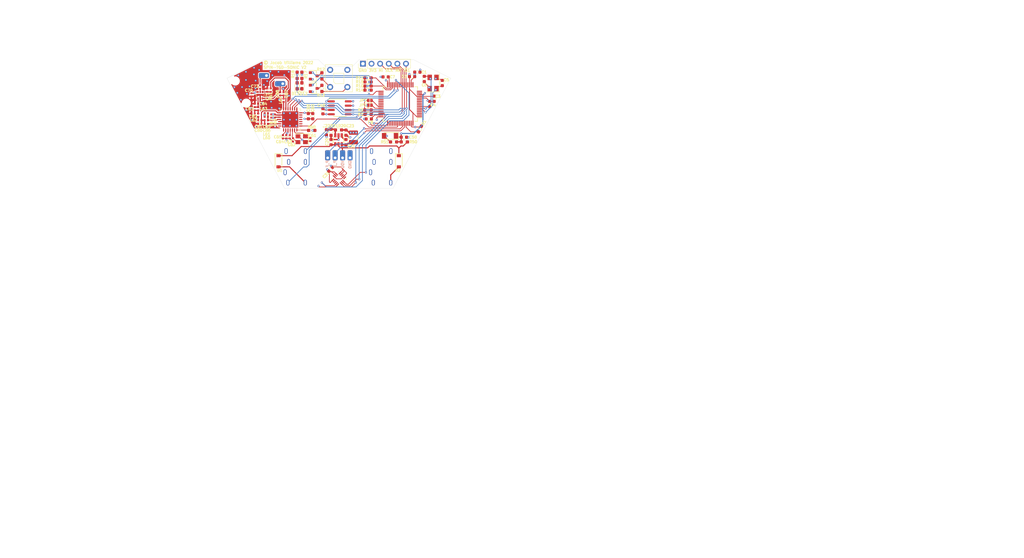
<source format=kicad_pcb>
(kicad_pcb (version 20211014) (generator pcbnew)
  (layers (0 "F.Cu" signal) (1 "In1.Cu" signal) (2 "In2.Cu" signal) (31 "B.Cu" signal) (35 "F.Paste" user) (36 "B.SilkS" user "B.Silkscreen") (37 "F.SilkS" user "F.Silkscreen") (38 "B.Mask" user) (39 "F.Mask" user) (44 "Edge.Cuts" user))
  (net 0 "")
  (net 1 "GND")
  (net 2 "+3V3")
  (net 3 "Net-(C4-Pad2)")
  (net 4 "Net-(C5-Pad2)")
  (net 5 "Net-(C6-Pad2)")
  (net 6 "VDD")
  (net 7 "Net-(C21-Pad2)")
  (net 8 "Net-(C21-Pad1)")
  (net 9 "Net-(C22-Pad2)")
  (net 10 "/sx1276/Antenna")
  (net 11 "Net-(C7-Pad1)")
  (net 12 "Net-(Q11-Pad3)")
  (net 13 "Net-(Q11-Pad1)")
  (net 14 "Net-(Q12-Pad3)")
  (net 15 "Net-(Q12-Pad1)")
  (net 16 "Net-(R1-Pad2)")
  (net 17 "P_MISO")
  (net 18 "P_MOSI")
  (net 19 "/sx1276/RST")
  (net 20 "P_SCK")
  (net 21 "Net-(C8-Pad1)")
  (net 22 "RFO_HF")
  (net 23 "RF1")
  (net 24 "RF2")
  (net 25 "/sx1276/DIO5")
  (net 26 "/sx1276/DIO4")
  (net 27 "/sx1276/DIO3")
  (net 28 "VR_PA")
  (net 29 "SWD_DIO")
  (net 30 "SWD_CLK")
  (net 31 "SNS_VIN")
  (net 32 "Net-(D10-Pad3)")
  (net 33 "Net-(D10-Pad4)")
  (net 34 "Net-(D12-Pad2)")
  (net 35 "/sx1276/DIO2")
  (net 42 "PPM_F")
  (net 43 "PPM_B")
  (net 44 "INT_L")
  (net 45 "CS_M")
  (net 46 "CS_A")
  (net 47 "CS_L")
  (net 48 "USB_RX")
  (net 49 "USB_TX")
  (net 50 "PA_BOOST")
  (net 51 "RFI_HF")
  (net 52 "USB_DP")
  (net 53 "USB_DM")
  (net 54 "LED_BLUE")
  (net 55 "LED_RED")
  (net 56 "RF_MOD")
  (net 80 "Net-(D1-Pad2)")
  (net 85 "/sx1276/DIO1")
  (net 87 "Net-(D13-Pad2)")
  (net 88 "LED_MISC")
  (net 92 "GPIO1")
  (net 93 "Net-(C61-Pad2)")
  (net 94 "Net-(C62-Pad2)")
  (net 95 "Net-(C63-Pad1)")
  (net 96 "Net-(C65-Pad1)")
  (net 97 "Net-(C71-Pad2)")
  (net 98 "Net-(C72-Pad1)")
  (net 99 "Net-(C81-Pad2)")
  (net 100 "Net-(C82-Pad1)")
  (net 103 "Net-(C87-Pad1)")
  (net 105 "Net-(D2-Pad2)")
  (net 106 "Net-(J1-Pad2)")
  (net 107 "Net-(J1-Pad3)")
  (footprint "Capacitor_SMD:C_0603_1608Metric" (layer "F.Cu") (at 19.1875 22.9)
    (fp_text reference "C50")
    (fp_text value "100nF" hide)
  )
  (footprint "Capacitor_SMD:C_0603_1608Metric" (layer "F.Cu") (at -2.3 24.36 90)
    (fp_text reference "C20")
    (fp_text value "2.2uF" hide)
  )
  (footprint "Capacitor_SMD:C_0603_1608Metric" (layer "F.Cu") (at 2.1 24.36 -90)
    (fp_text reference "C21")
    (fp_text value "100nF" hide)
  )
  (footprint "Capacitor_SMD:C_0603_1608Metric" (layer "F.Cu") (at -3.6625 21.4475 90)
    (fp_text reference "C22")
    (fp_text value "22pF" hide)
  )
  (footprint "Capacitor_SMD:C_0603_1608Metric" (layer "F.Cu") (at 2.1 21.56 -90)
    (fp_text reference "C23")
    (fp_text value "22uF" hide)
  )
  (footprint "Capacitor_SMD:C_0402_1005Metric" (layer "F.Cu") (at -8.4 23.6 90)
    (fp_text reference "C61")
    (fp_text value "15pF" hide)
  )
  (footprint "Capacitor_SMD:C_0402_1005Metric" (layer "F.Cu") (at -13.5 23.7 90)
    (fp_text reference "C62")
    (fp_text value "15pF" hide)
  )
  (footprint "Capacitor_SMD:C_0402_1005Metric" (layer "F.Cu") (at -14.4895 22.8 -90)
    (fp_text reference "C63")
    (fp_text value "100nF" hide)
  )
  (footprint "Capacitor_SMD:C_0402_1005Metric" (layer "F.Cu") (at -15.5 22.8 -90)
    (fp_text reference "C64")
    (fp_text value "100nF" hide)
  )
  (footprint "Capacitor_SMD:C_0402_1005Metric" (layer "F.Cu") (at -16.5 22.8 -90)
    (fp_text reference "C65")
    (fp_text value "100nF" hide)
  )
  (footprint "Capacitor_SMD:C_0402_1005Metric" (layer "F.Cu") (at -18.9 16.65 90)
    (fp_text reference "C66")
    (fp_text value "47pF" hide)
  )
  (footprint "Capacitor_SMD:C_0402_1005Metric" (layer "F.Cu") (at -19.9 16.64 90)
    (fp_text reference "C67")
    (fp_text value "100nF" hide)
  )
  (footprint "Inductor_SMD:L_1210_3225Metric" (layer "F.Cu") (at 4.3065 22.956 90)
    (fp_text reference "L20" hide)
    (fp_text value "4.7uH" hide)
  )
  (footprint "Package_TO_SOT_SMD:SOT-23" (layer "F.Cu") (at -7.4 4.8)
    (fp_text reference "Q11" hide)
    (fp_text value "AO3401A" hide)
  )
  (footprint "Package_TO_SOT_SMD:SOT-23" (layer "F.Cu") (at -7.4 8.5)
    (fp_text reference "Q12" hide)
    (fp_text value "AO3401A" hide)
  )
  (footprint "Resistor_SMD:R_0603_1608Metric_Pad0.98x0.95mm_HandSolder" (layer "F.Cu") (at 19.3 24.3 180)
    (fp_text reference "R50")
    (fp_text value "15K" hide)
  )
  (footprint "Resistor_SMD:R_0603_1608Metric_Pad0.98x0.95mm_HandSolder" (layer "F.Cu") (at 16.15 24.3 180)
    (fp_text reference "R51")
    (fp_text value "2K2" hide)
  )
  (footprint "Resistor_SMD:R_0603_1608Metric_Pad0.98x0.95mm_HandSolder" (layer "F.Cu") (at 8.6 7.8 180)
    (fp_text reference "R10")
    (fp_text value "1K" hide)
  )
  (footprint "Resistor_SMD:R_0603_1608Metric_Pad0.98x0.95mm_HandSolder" (layer "F.Cu") (at 8.6 5.4 180)
    (fp_text reference "R11")
    (fp_text value "1K" hide)
  )
  (footprint "Resistor_SMD:R_0603_1608Metric_Pad0.98x0.95mm_HandSolder" (layer "F.Cu") (at -5 4.8 -90)
    (fp_text reference "R12")
    (fp_text value "10R" hide)
  )
  (footprint "Resistor_SMD:R_0603_1608Metric_Pad0.98x0.95mm_HandSolder" (layer "F.Cu") (at -5 8.5 -90)
    (fp_text reference "R13")
    (fp_text value "22R" hide)
  )
  (footprint "Resistor_SMD:R_0603_1608Metric_Pad0.98x0.95mm_HandSolder" (layer "F.Cu") (at -0.1 20.76 180)
    (fp_text reference "R20")
    (fp_text value "10K" hide)
  )
  (footprint "Resistor_SMD:R_0603_1608Metric_Pad0.98x0.95mm_HandSolder" (layer "F.Cu") (at -2.3 21.46 -90)
    (fp_text reference "R21")
    (fp_text value "2K2" hide)
  )
  (footprint "Resistor_SMD:R_0603_1608Metric_Pad0.98x0.95mm_HandSolder" (layer "F.Cu") (at -8 20.9 180)
    (fp_text reference "R60")
    (fp_text value "10K" hide)
  )
  (footprint "Package_TO_SOT_SMD:TSOT-23-6" (layer "F.Cu") (at -0.1 23.66 -90)
    (fp_text reference "U20" hide)
    (fp_text value "SY8253ADC" hide)
  )
  (footprint "lib_fp:TGD-TFLGA-16_3x3mm" (layer "F.Cu") (at 0 35.2 45)
    (fp_text reference "U30" hide)
    (fp_text value "H3LIS331DL" hide)
  )
  (footprint "lib_fp:TGD-QFN-28-1EP_6x6mm_P0.65mm_EP4.8x4.8mm" (layer "F.Cu") (at -14.35 17.65 90)
    (fp_text reference "U60" hide)
    (fp_text value "SX1276" hide)
  )
  (footprint "Crystal:Crystal_SMD_3225-4Pin_3.2x2.5mm" (layer "F.Cu") (at -10.95 23.5 180)
    (fp_text reference "U61" hide)
    (fp_text value "Crystal_GND24" hide)
  )
  (footprint "lib_fp:R50RB2-F-0160" (layer "F.Cu") (at 0 5.5 -90)
    (fp_text reference "D10" hide)
    (fp_text value "R50RB2-F-0160" hide)
  )
  (footprint "Capacitor_SMD:C_0402_1005Metric" (layer "F.Cu") (at -17.3 10.1 -90)
    (fp_text reference "C88")
    (fp_text value "47pF" hide)
  )
  (footprint "Resistor_SMD:R_0603_1608Metric_Pad0.98x0.95mm_HandSolder" (layer "F.Cu") (at 23.9 20.5 -117)
    (fp_text reference "R1")
    (fp_text value "10K" hide)
  )
  (footprint "" (layer "F.Cu") (at 5.5 19)
    (fp_text reference "")
    (fp_text value "" hide)
  )
  (footprint "Capacitor_SMD:C_0603_1608Metric" (layer "F.Cu") (at -9 16.7 -90)
    (fp_text reference "C68")
    (fp_text value "100nF" hide)
  )
  (footprint "Crystal:Crystal_SMD_5032-4Pin_5.0x3.2mm" (layer "F.Cu") (at 27.8 6.9 90)
    (fp_text reference "U2" hide)
    (fp_text value "Crystal_GND24" hide)
  )
  (footprint "Capacitor_SMD:C_0402_1005Metric" (layer "F.Cu") (at -23.3 18.9 180)
    (fp_text reference "C80")
    (fp_text value "8.2pF" hide)
  )
  (footprint "Capacitor_SMD:C_0402_1005Metric" (layer "F.Cu") (at -16.3 10.1 90)
    (fp_text reference "C87")
    (fp_text value "3.3pF" hide)
  )
  (footprint "Capacitor_SMD:C_0603_1608Metric" (layer "F.Cu") (at 30.5 6.9 -90)
    (fp_text reference "C5")
    (fp_text value "15pF" hide)
  )
  (footprint "Resistor_SMD:R_0603_1608Metric_Pad0.98x0.95mm_HandSolder" (layer "F.Cu") (at -10.9 4.63125 -90)
    (fp_text reference "R17")
    (fp_text value "1K" hide)
  )
  (footprint "Diode_SMD:D_SOD-123" (layer "F.Cu") (at 17.7 30 -90)
    (fp_text reference "D2")
    (fp_text value "B5819W" hide)
  )
  (footprint "Capacitor_SMD:C_0603_1608Metric" (layer "F.Cu") (at 28.1 11.55 -90)
    (fp_text reference "C3")
    (fp_text value "100nF" hide)
  )
  (footprint "Capacitor_SMD:C_0603_1608Metric" (layer "F.Cu") (at 25.2 5.7 90)
    (fp_text reference "C6")
    (fp_text value "15pF" hide)
  )
  (footprint "lib_fp:TGD-antenna-THT" (layer "F.Cu") (at -21.35 4.7 90)
    (fp_text reference "J65" hide)
    (fp_text value "Conn_01x01_Female" hide)
  )
  (footprint "Capacitor_SMD:C_0402_1005Metric" (layer "F.Cu") (at -25.8 10.4 90)
    (fp_text reference "C70")
    (fp_text value "1nF" hide)
  )
  (footprint "lib_fp:G-Switch-ST-TRRS" (layer "F.Cu") (at 12.6 38 90)
    (fp_text reference "J2" hide)
    (fp_text value "G-Switch-ST-0322" hide)
  )
  (footprint "Package_SO:SOIC-8_3.9x4.9mm_P1.27mm" (layer "F.Cu") (at 0.275 14.225)
    (fp_text reference "U40" hide)
    (fp_text value "LE25U40CMD" hide)
  )
  (footprint "Capacitor_SMD:C_0402_1005Metric" (layer "F.Cu") (at -23.3 17.9 180)
    (fp_text reference "C81")
    (fp_text value "22pF" hide)
  )
  (footprint "lib_fp:TGD-antenna-THT" (layer "F.Cu") (at -1.1 29)
    (fp_text reference "J5" hide)
    (fp_text value "Conn_01x01" hide)
  )
  (footprint "Inductor_SMD:L_0402_1005Metric" (layer "F.Cu") (at -23.8 16.4 90)
    (fp_text reference "L62")
    (fp_text value "5.6nH" hide)
  )
  (footprint "Capacitor_SMD:C_0603_1608Metric" (layer "F.Cu") (at -4.7 15.225 -90)
    (fp_text reference "C40")
    (fp_text value "100nF" hide)
  )
  (footprint "Connector_PinHeader_2.54mm:PinHeader_1x06_P2.54mm_Vertical" (layer "F.Cu") (at 7.1 1.2 90)
    (fp_text reference "J8" hide)
    (fp_text value "Conn_01x06" hide)
  )
  (footprint "Diode_SMD:D_SOD-123" (layer "F.Cu") (at -17.8 30 -90)
    (fp_text reference "D1")
    (fp_text value "B5819W" hide)
  )
  (footprint "Capacitor_SMD:C_0402_1005Metric" (layer "F.Cu") (at -24.3 13 180)
    (fp_text reference "C84")
    (fp_text value "3.3pF" hide)
  )
  (footprint "Resistor_SMD:R_0402_1005Metric" (layer "F.Cu") (at -20.1 9 90)
    (fp_text reference "R61")
    (fp_text value "1K" hide)
  )
  (footprint "Inductor_SMD:L_0402_1005Metric" (layer "F.Cu") (at -23.8 14.5 90)
    (fp_text reference "L63")
    (fp_text value "4.7nH" hide)
  )
  (footprint "" (layer "F.Cu") (at -30.55 6.3)
    (fp_text reference "")
    (fp_text value "")
  )
  (footprint "Capacitor_SMD:C_0603_1608Metric" (layer "F.Cu") (at 23.15 3.7 180)
    (fp_text reference "C1")
    (fp_text value "2.2uF" hide)
  )
  (footprint "Resistor_SMD:R_0603_1608Metric_Pad0.98x0.95mm_HandSolder" (layer "F.Cu") (at 8.6 6.6 180)
    (fp_text reference "R15")
    (fp_text value "10K" hide)
  )
  (footprint "Diode_SMD:D_MiniMELF" (layer "F.Cu") (at 15.1 22.5 180)
    (fp_text reference "D50" hide)
    (fp_text value "ZMM3V3" hide)
  )
  (footprint "Inductor_SMD:L_0402_1005Metric" (layer "F.Cu") (at -21.42 17.9)
    (fp_text reference "L61")
    (fp_text value "33nH" hide)
  )
  (footprint "Resistor_SMD:R_0603_1608Metric_Pad0.98x0.95mm_HandSolder" (layer "F.Cu") (at 8.6 14.85)
    (fp_text reference "R3")
    (fp_text value "22R" hide)
  )
  (footprint "lib_fp:TGD_SolderJumper" (layer "F.Cu") (at 9.15 12.05)
    (fp_text reference "JP3")
    (fp_text value "SolderJumper_2_Open" hide)
  )
  (footprint "lib_fp:TGD-antenna-THT" (layer "F.Cu") (at -3.3 29)
    (fp_text reference "J4" hide)
    (fp_text value "Conn_01x01" hide)
  )
  (footprint "" (layer "F.Cu") (at -27.3 12.85)
    (fp_text reference "")
    (fp_text value "")
  )
  (footprint "Capacitor_SMD:C_0402_1005Metric" (layer "F.Cu") (at -25.3 15.9 180)
    (fp_text reference "C82")
    (fp_text value "8.2pF" hide)
  )
  (footprint "Capacitor_SMD:C_0603_1608Metric" (layer "F.Cu") (at 26.8 13.1 -90)
    (fp_text reference "C4")
    (fp_text value "100nF" hide)
  )
  (footprint "Resistor_SMD:R_0603_1608Metric_Pad0.98x0.95mm_HandSolder" (layer "F.Cu") (at -12.3 4.63125 -90)
    (fp_text reference "R18")
    (fp_text value "1K" hide)
  )
  (footprint "lib_fp:TGD-antenna-THT" (layer "F.Cu") (at 3.3 29)
    (fp_text reference "J7" hide)
    (fp_text value "Conn_01x01" hide)
  )
  (footprint "Resistor_SMD:R_0603_1608Metric_Pad0.98x0.95mm_HandSolder" (layer "F.Cu") (at 8.625 16.175 180)
    (fp_text reference "R2")
    (fp_text value "22R" hide)
  )
  (footprint "lib_fp:TGD-antenna-THT" (layer "F.Cu") (at -16.55 7.1 90)
    (fp_text reference "J64" hide)
    (fp_text value "Conn_01x01_Female" hide)
  )
  (footprint "LED_SMD:LED_0603_1608Metric_Pad1.05x0.95mm_HandSolder" (layer "F.Cu") (at -10.9 7.73125 90)
    (fp_text reference "D12")
    (fp_text value "LED_3V3" hide)
  )
  (footprint "lib_fp:TGD_SolderJumper" (layer "F.Cu") (at 9.15 13.45)
    (fp_text reference "JP2")
    (fp_text value "SolderJumper_2_Open" hide)
  )
  (footprint "LED_SMD:LED_0603_1608Metric_Pad1.05x0.95mm_HandSolder" (layer "F.Cu") (at -12.3 7.73125 90)
    (fp_text reference "D13")
    (fp_text value "LED_MISC" hide)
  )
  (footprint "Capacitor_SMD:C_0603_1608Metric" (layer "F.Cu") (at 8.825 17.5 180)
    (fp_text reference "C8")
    (fp_text value "2.2uF" hide)
  )
  (footprint "Resistor_SMD:R_0603_1608Metric_Pad0.98x0.95mm_HandSolder" (layer "F.Cu") (at 8.6 9 180)
    (fp_text reference "R14")
    (fp_text value "10K" hide)
  )
  (footprint "Capacitor_SMD:C_0402_1005Metric" (layer "F.Cu") (at -24.8 14.5 90)
    (fp_text reference "C83")
    (fp_text value "1.5pF" hide)
  )
  (footprint "Capacitor_SMD:C_0402_1005Metric" (layer "F.Cu") (at -23.2 8.1 90)
    (fp_text reference "C72")
    (fp_text value "47pF" hide)
  )
  (footprint "lib_fp:TGD-antenna-THT" (layer "F.Cu") (at 1.1 29)
    (fp_text reference "J6" hide)
    (fp_text value "Conn_01x01" hide)
  )
  (footprint "Inductor_SMD:L_0402_1005Metric" (layer "F.Cu") (at -21.4 18.95 180)
    (fp_text reference "L60")
    (fp_text value "2.2nH" hide)
  )
  (footprint "Capacitor_SMD:C_0402_1005Metric" (layer "F.Cu") (at -21.4 16.85 180)
    (fp_text reference "C86")
    (fp_text value "47pF" hide)
  )
  (footprint "Capacitor_SMD:C_0603_1608Metric" (layer "F.Cu") (at 21.6 5)
    (fp_text reference "C2")
    (fp_text value "100nF" hide)
  )
  (footprint "Capacitor_SMD:C_0402_1005Metric" (layer "F.Cu") (at -21.4 15.8 180)
    (fp_text reference "C85")
    (fp_text value "100nF" hide)
  )
  (footprint "lib_fp:G-Switch-ST-TRRS" (layer "F.Cu") (at -12.6 38 90)
    (fp_text reference "J1" hide)
    (fp_text value "G-Switch-ST-0322" hide)
  )
  (footprint "Package_QFP:LQFP-64_10x10mm_P0.5mm" (layer "F.Cu") (at 18.1 13.1 180)
    (fp_text reference "U1" hide)
    (fp_text value "STM32F405RGTx" hide)
  )
  (footprint "Capacitor_SMD:C_0603_1608Metric" (layer "F.Cu") (at 13.8 5.1 180)
    (fp_text reference "C7")
    (fp_text value "2.2uF" hide)
  )
  (footprint "Package_TO_SOT_SMD:SOT-363_SC-70-6" (layer "F.Cu") (at -23.2 10.5 90)
    (fp_text reference "U62" hide)
    (fp_text value "PE4259" hide)
  )
  (footprint "Capacitor_SMD:C_0603_1608Metric" (layer "F.Cu") (at -2.425 32.35 45)
    (fp_text reference "C31")
    (fp_text value "100nF" hide)
  )
  (footprint "" (layer "F.Cu") (at -5.5 19)
    (fp_text reference "")
    (fp_text value "" hide)
  )
  (footprint "Capacitor_SMD:C_0402_1005Metric" (layer "F.Cu") (at -21.1 9 -90)
    (fp_text reference "C71")
    (fp_text value "1nF" hide)
  )
  (footprint "Capacitor_SMD:C_0603_1608Metric" (layer "F.Cu") (at -7.7 16.7 -90)
    (fp_text reference "C60")
    (fp_text value "2.2uF" hide)
  )
  (footprint "Inductor_SMD:L_0402_1005Metric" (layer "F.Cu") (at -16.3 12 90)
    (fp_text reference "L64")
    (fp_text value "10nH" hide)
  )
  (gr_line (start -3.084 9.472) (end -3.884 8.672) (layer "F.SilkS") (width 0.12))
  (gr_line (start 16 38) (end 33 5.5) (layer "Edge.Cuts") (width 0.05))
  (gr_line (start -16 38) (end 0 38) (layer "Edge.Cuts") (width 0.05))
  (gr_line (start 0 2) (end -4 2) (layer "Edge.Cuts") (width 0.05))
  (gr_line (start 6 0) (end 4 2) (layer "Edge.Cuts") (width 0.05))
  (gr_line (start -22 0) (end -33 5.5) (layer "Edge.Cuts") (width 0.05))
  (gr_line (start 0 38) (end 16 38) (layer "Edge.Cuts") (width 0.05))
  (gr_line (start 4 2) (end 0 2) (layer "Edge.Cuts") (width 0.05))
  (gr_line (start -33 5.5) (end -16 38) (layer "Edge.Cuts") (width 0.05))
  (gr_line (start 22 0) (end 6 0) (layer "Edge.Cuts") (width 0.05))
  (gr_line (start 33 5.5) (end 22 0) (layer "Edge.Cuts") (width 0.05))
  (gr_line (start -6 0) (end -22 0) (layer "Edge.Cuts") (width 0.05))
  (gr_line (start -4 2) (end -6 0) (layer "Edge.Cuts") (width 0.05))
  (gr_text "P_B" (at -1.1 30.85 90) (layer "B.SilkS") (effects (font (size 0.8 0.8) (thickness 0.2)) (justify mirror)))
  (gr_text "VDD" (at 1.125 31 90) (layer "B.SilkS") (effects (font (size 0.8 0.8) (thickness 0.2)) (justify mirror)))
  (gr_text "GND" (at 3.3 31 90) (layer "B.SilkS") (effects (font (size 0.8 0.8) (thickness 0.2)) (justify mirror)))
  (gr_text "P_F" (at -3.35 30.8 90) (layer "B.SilkS") (effects (font (size 0.8 0.8) (thickness 0.2)) (justify mirror)))
  (gr_text "© Jacob Williams 2022" (at -14.9 0.9) (layer "F.SilkS") (effects (font (size 0.8 0.8) (thickness 0.2))))
  (gr_text "MI" (at 12.384761 3.2) (layer "F.SilkS") (effects (font (size 0.8 0.8) (thickness 0.2))))
  (gr_text "MO" (at 17.539045 3.2) (layer "F.SilkS") (effects (font (size 0.8 0.8) (thickness 0.2))))
  (gr_text "IO1\n" (at 20.04 3.2) (layer "F.SilkS") (effects (font (size 0.8 0.8) (thickness 0.2))))
  (gr_text "3V3" (at 9.998095 3.2) (layer "F.SilkS") (effects (font (size 0.8 0.8) (thickness 0.2))))
  (gr_text "SPIN-TGD-SONIC V2" (at -15.9 2.3) (layer "F.SilkS") (effects (font (size 0.8 0.8) (thickness 0.2))))
  (gr_text "GND" (at 7.04 3.2) (layer "F.SilkS") (effects (font (size 0.8 0.8) (thickness 0.2))))
  (gr_text "SCK" (at 14.847617 3.2) (layer "F.SilkS") (effects (font (size 0.8 0.8) (thickness 0.2))))
  (segment (start 3.3625 22.935) (end 2.9625 22.935) (width 0.4064) (layer "F.Cu") (net 1))
  (segment (start -12.094 22.406) (end -12.094 22.402) (width 0.2032) (layer "F.Cu") (net 1))
  (segment (start 20.6 22.9) (end 19.9625 22.9) (width 0.2032) (layer "F.Cu") (net 1))
  (segment (start 0.318198 33.467588) (end 0.332412 33.467588) (width 0.2032) (layer "F.Cu") (net 1))
  (segment (start -8.4 24.08) (end -9.58 24.08) (width 0.2032) (layer "F.Cu") (net 1))
  (segment (start 2.9625 22.935) (end 2.3625 22.335) (width 0.4064) (layer "F.Cu") (net 1))
  (segment (start -17.3375 18.3) (end -15 18.3) (width 0.3048) (layer "F.Cu") (net 1))
  (segment (start -12.4 14.55) (end -12.4 15.707) (width 0.3048) (layer "F.Cu") (net 1))
  (segment (start -13.668 24.032) (end -14.4895 23.2105) (width 0.2032) (layer "F.Cu") (net 1))
  (segment (start 22.375 3.7) (end 22.375 5) (width 0.2032) (layer "F.Cu") (net 1))
  (segment (start -0.1 23.66) (end -0.1 22.35) (width 0.4064) (layer "F.Cu") (net 1))
  (segment (start 28.825 5.275) (end 28.8 5.25) (width 0.2032) (layer "F.Cu") (net 1))
  (segment (start 2.3625 22.335) (end 2.1 22.335) (width 0.4064) (layer "F.Cu") (net 1))
  (segment (start 23.775 11.35) (end 25.825 11.35) (width 0.2032) (layer "F.Cu") (net 1))
  (segment (start 1.075 32.225) (end 1.5 32.65) (width 0.2032) (layer "F.Cu") (net 1))
  (segment (start 24.101223 19.9) (end 24.314266 19.686957) (width 0.2032) (layer "F.Cu") (net 1))
  (segment (start -9 17.475) (end -7.7 17.475) (width 0.2032) (layer "F.Cu") (net 1))
  (segment (start 26.8 8.55) (end 26.8 8.5) (width 0.2032) (layer "F.Cu") (net 1))
  (segment (start -12.4 15.7) (end -14.35 17.65) (width 0.4064) (layer "F.Cu") (net 1))
  (segment (start -12.4 15.707) (end -12.521 15.828) (width 0.3048) (layer "F.Cu") (net 1))
  (segment (start -11.60625 8.60625) (end -10.9 8.60625) (width 0.2032) (layer "F.Cu") (net 1))
  (segment (start -10.1 17.5) (end -9.025 17.5) (width 0.2032) (layer "F.Cu") (net 1))
  (segment (start 30.5 6.125) (end 30.175 5.8) (width 0.2032) (layer "F.Cu") (net 1))
  (segment (start 21.6 19.9) (end 22.5 19.9) (width 0.2032) (layer "F.Cu") (net 1))
  (segment (start -2.3 23.585) (end -2.3 22.3725) (width 0.4064) (layer "F.Cu") (net 1))
  (segment (start 22.375 5.025) (end 22.375 5) (width 0.2032) (layer "F.Cu") (net 1))
  (segment (start 1.5 32.65) (end 1.5 32.992893) (width 0.2032) (layer "F.Cu") (net 1))
  (segment (start 1.15 32.65) (end 1.15 32.3) (width 0.2032) (layer "F.Cu") (net 1))
  (segment (start 15.375 24.3875) (end 15.2375 24.25) (width 0.3048) (layer "F.Cu") (net 1))
  (segment (start 12.4 5.1) (end 12.35 5.05) (width 0.2032) (layer "F.Cu") (net 1))
  (segment (start 21.35 7.425) (end 21.35 6.05) (width 0.2032) (layer "F.Cu") (net 1))
  (segment (start -1.371751 34.528249) (end -0.7 35.2) (width 0.2032) (layer "F.Cu") (net 1))
  (segment (start -16.726 16.35) (end -16.775 16.35) (width 0.3048) (layer "F.Cu") (net 1))
  (segment (start 22.5 19.9) (end 24.101223 19.9) (width 0.2032) (layer "F.Cu") (net 1))
  (segment (start -9.025 17.5) (end -9 17.475) (width 0.2032) (layer "F.Cu") (net 1))
  (segment (start -10.398 24.102) (end -12.094 22.406) (width 0.2032) (layer "F.Cu") (net 1))
  (segment (start -19.6 16.17) (end -18.9 16.17) (width 0.3048) (layer "F.Cu") (net 1))
  (segment (start -0.318198 36.932412) (end -0.985786 37.6) (width 0.2032) (layer "F.Cu") (net 1))
  (segment (start -9.894 24.102) (end -10.398 24.102) (width 0.2032) (layer "F.Cu") (net 1))
  (segment (start -14.4895 23.28) (end -16.5 23.28) (width 0.2032) (layer "F.Cu") (net 1))
  (segment (start 27.425 12.325) (end 26.8 12.325) (width 0.2032) (layer "F.Cu") (net 1))
  (segment (start -2.2 16.13) (end -4.57 16.13) (width 0.2032) (layer "F.Cu") (net 1))
  (segment (start 15.15 24.3) (end 13.35 22.5) (width 0.2032) (layer "F.Cu") (net 1))
  (segment (start -5.7 37.6) (end -6 37.3) (width 0.2032) (layer "F.Cu") (net 1))
  (segment (start -18.72 16.35) (end -17.45 16.35) (width 0.3048) (layer "F.Cu") (net 1))
  (segment (start 30.175 5.8) (end 29.7 5.8) (width 0.2032) (layer "F.Cu") (net 1))
  (segment (start -18.9 16.17) (end -18.72 16.35) (width 0.3048) (layer "F.Cu") (net 1))
  (segment (start 1.5 32.65) (end 2.25 33.4) (width 0.2032) (layer "F.Cu") (net 1))
  (segment (start 29.7 5.8) (end 29.35 5.8) (width 0.2032) (layer "F.Cu") (net 1))
  (segment (start 0.551992 31.701992) (end -1.801992 31.701992) (width 0.2032) (layer "F.Cu") (net 1))
  (segment (start -2.3 23.585) (end -0.175 23.585) (width 0.4064) (layer "F.Cu") (net 1))
  (segment (start -0.175 23.585) (end -0.1 23.66) (width 0.4064) (layer "F.Cu") (net 1))
  (segment (start -1.378858 34.528249) (end -1.371751 34.528249) (width 0.2032) (layer "F.Cu") (net 1))
  (segment (start 29.35 5.8) (end 28.825 5.275) (width 0.2032) (layer "F.Cu") (net 1))
  (segment (start 1.15 32.3) (end 1.075 32.225) (width 0.2032) (layer "F.Cu") (net 1))
  (segment (start 1.075 32.225) (end 0.551992 31.701992) (width 0.2032) (layer "F.Cu") (net 1))
  (segment (start -15.65 16.35) (end -14.35 17.65) (width 0.2032) (layer "F.Cu") (net 1))
  (segment (start 26.8 8.25) (end 25.2 6.65) (width 0.2032) (layer "F.Cu") (net 1))
  (segment (start 0.671751 33.821142) (end 0.678858 33.821142) (width 0.2032) (layer "F.Cu") (net 1))
  (segment (start 0.332412 33.467588) (end 1.15 32.65) (width 0.2032) (layer "F.Cu") (net 1))
  (segment (start 21.35 19.65) (end 21.6 19.9) (width 0.2032) (layer "F.Cu") (net 1))
  (segment (start 0.707107 35.2) (end 1.378858 34.528249) (width 0.2032) (layer "F.Cu") (net 1))
  (segment (start 13.025 5.1) (end 12.4 5.1) (width 0.2032) (layer "F.Cu") (net 1))
  (segment (start -0.1 22.35) (end -0.1 22.374722) (width 0.4064) (layer "F.Cu") (net 1))
  (segment (start 1.5 32.992893) (end 0.671751 33.821142) (width 0.2032) (layer "F.Cu") (net 1))
  (segment (start 21.35 18.775) (end 21.35 19.65) (width 0.2032) (layer "F.Cu") (net 1))
  (segment (start -15 18.3) (end -14.35 17.65) (width 0.3048) (layer "F.Cu") (net 1))
  (segment (start 21.35 6.05) (end 22.375 5.025) (width 0.2032) (layer "F.Cu") (net 1))
  (segment (start -12.3 8.60625) (end -11.60625 8.60625) (width 0.2032) (layer "F.Cu") (net 1))
  (segment (start -0.985786 37.6) (end -5.7 37.6) (width 0.2032) (layer "F.Cu") (net 1))
  (segment (start -16.775 16.35) (end -17.45 16.35) (width 0.3048) (layer "F.Cu") (net 1))
  (segment (start -0.318198 36.932412) (end -0.332412 36.932412) (width 0.2032) (layer "F.Cu") (net 1))
  (segment (start -9.58 24.08) (end -9.85 24.35) (width 0.2032) (layer "F.Cu") (net 1))
  (segment (start 2.25 33.4) (end 2.25 33.657107) (width 0.2032) (layer "F.Cu") (net 1))
  (segment (start 28.1 12.325) (end 27.425 12.325) (width 0.2032) (layer "F.Cu") (net 1))
  (segment (start -13.494 24.032) (end -13.668 24.032) (width 0.2032) (layer "F.Cu") (net 1))
  (segment (start 15.2375 24.3) (end 15.15 24.3) (width 0.2032) (layer "F.Cu") (net 1))
  (segment (start 25.825 11.35) (end 26.8 12.325) (width 0.2032) (layer "F.Cu") (net 1))
  (segment (start -16.20675 18.3) (end -17.39325 18.3) (width 0.2032) (layer "F.Cu") (net 1))
  (segment (start 26.8 8.5) (end 26.8 8.25) (width 0.2032) (layer "F.Cu") (net 1))
  (segment (start 25.2 6.65) (end 25.2 6.475) (width 0.2032) (layer "F.Cu") (net 1))
  (segment (start -0.7 35.2) (end 0.707107 35.2) (width 0.2032) (layer "F.Cu") (net 1))
  (segment (start -4.57 16.13) (end -4.7 16) (width 0.2032) (layer "F.Cu") (net 1))
  (segment (start -21.88 16.85) (end -21.88 16.33) (width 0.3048) (layer "F.Cu") (net 1))
  (segment (start 2.25 33.657107) (end 1.378858 34.528249) (width 0.2032) (layer "F.Cu") (net 1))
  (segment (start -21.88 16.33) (end -21.88 15.8) (width 0.3048) (layer "F.Cu") (net 1))
  (segment (start -16.204 15.828) (end -16.726 16.35) (width 0.3048) (layer "F.Cu") (net 1))
  (via (at -27.35 14.85) (size 0.6096) (drill 0.3048) (layers "F.Cu" "B.Cu") (net 1))
  (via (at -22.1 7.45) (size 0.6096) (drill 0.3048) (layers "F.Cu" "B.Cu") (net 1))
  (via (at -10.1 17.5) (size 0.6096) (drill 0.3048) (layers "F.Cu" "B.Cu") (net 1))
  (via (at -25.05 4.35) (size 0.6096) (drill 0.3048) (layers "F.Cu" "B.Cu") (net 1))
  (via (at -11.60625 8.60625) (size 0.6096) (drill 0.3048) (layers "F.Cu" "B.Cu") (net 1))
  (via (at -14.426 15.828) (size 0.6096) (drill 0.3048) (layers "F.Cu" "B.Cu") (net 1))
  (via (at -29.95 9.8) (size 0.6096) (drill 0.3048) (layers "F.Cu" "B.Cu") (net 1))
  (via (at -28.9 11.85) (size 0.6096) (drill 0.3048) (layers "F.Cu" "B.Cu") (net 1))
  (via (at -26.35 7.9) (size 0.6096) (drill 0.3048) (layers "F.Cu" "B.Cu") (net 1))
  (via (at -6 37.3) (size 0.6096) (drill 0.3048) (layers "F.Cu" "B.Cu") (net 1))
  (via (at 28.6 5.6) (size 0.6096) (drill 0.3048) (layers "F.Cu" "B.Cu") (net 1))
  (via (at -3.7 16.09) (size 0.6096) (drill 0.3048) (layers "F.Cu" "B.Cu") (net 1))
  (via (at -24.6 8.5) (size 0.6096) (drill 0.3048) (layers "F.Cu" "B.Cu") (net 1))
  (via (at 26.2 12.1) (size 0.6096) (drill 0.3048) (layers "F.Cu" "B.Cu") (net 1))
  (via (at -19.8 14.2) (size 0.6096) (drill 0.3048) (layers "F.Cu" "B.Cu") (net 1))
  (via (at -23 1.4) (size 0.6096) (drill 0.3048) (layers "F.Cu" "B.Cu") (net 1))
  (via (at -12.521 19.511) (size 0.6096) (drill 0.3048) (layers "F.Cu" "B.Cu") (net 1))
  (via (at -17.6 14.4) (size 0.6096) (drill 0.3048) (layers "F.Cu" "B.Cu") (net 1))
  (via (at -27.4 3.6) (size 0.6096) (drill 0.3048) (layers "F.Cu" "B.Cu") (net 1))
  (via (at -30.8 8.15) (size 0.6096) (drill 0.3048) (layers "F.Cu" "B.Cu") (net 1))
  (via (at -17.6 11.8) (size 0.6096) (drill 0.3048) (layers "F.Cu" "B.Cu") (net 1))
  (via (at 20.6 22.9) (size 0.6096) (drill 0.3048) (layers "F.Cu" "B.Cu") (net 1))
  (via (at -10.8 23.7) (size 0.6096) (drill 0.3048) (layers "F.Cu" "B.Cu") (net 1))
  (via (at -14.426 17.733) (size 0.6096) (drill 0.3048) (layers "F.Cu" "B.Cu") (net 1))
  (via (at -14.426 19.511) (size 0.6096) (drill 0.3048) (layers "F.Cu" "B.Cu") (net 1))
  (via (at 12.35 5.1) (size 0.6096) (drill 0.3048) (layers "F.Cu" "B.Cu") (net 1))
  (via (at -15.5 23.75) (size 0.6096) (drill 0.3048) (layers "F.Cu" "B.Cu") (net 1))
  (via (at -28.55 8.1) (size 0.6096) (drill 0.3048) (layers "F.Cu" "B.Cu") (net 1))
  (via (at -16.204 19.511) (size 0.6096) (drill 0.3048) (layers "F.Cu" "B.Cu") (net 1))
  (via (at -21.4 19.8) (size 0.6096) (drill 0.3048) (layers "F.Cu" "B.Cu") (net 1))
  (via (at -16.204 15.828) (size 0.6096) (drill 0.3048) (layers "F.Cu" "B.Cu") (net 1))
  (via (at -29.65 4.65) (size 0.6096) (drill 0.3048) (layers "F.Cu" "B.Cu") (net 1))
  (via (at -0.1 23.66) (size 0.6096) (drill 0.3048) (layers "F.Cu" "B.Cu") (net 1))
  (via (at 22.4 4.35) (size 0.6096) (drill 0.3048) (layers "F.Cu" "B.Cu") (net 1))
  (via (at -20 12.4) (size 0.6096) (drill 0.3048) (layers "F.Cu" "B.Cu") (net 1))
  (via (at 22.5 19.9) (size 0.6096) (drill 0.3048) (layers "F.Cu" "B.Cu") (net 1))
  (via (at -21.88 16.33) (size 0.6096) (drill 0.3048) (layers "F.Cu" "B.Cu") (net 1))
  (via (at -25.95 14.25) (size 0.6096) (drill 0.3048) (layers "F.Cu" "B.Cu") (net 1))
  (via (at -27.4 6) (size 0.6096) (drill 0.3048) (layers "F.Cu" "B.Cu") (net 1))
  (via (at 14.15 22.55) (size 0.6096) (drill 0.3048) (layers "F.Cu" "B.Cu") (net 1))
  (via (at -27.1 10.1) (size 0.6096) (drill 0.3048) (layers "F.Cu" "B.Cu") (net 1))
  (via (at -16.204 17.733) (size 0.6096) (drill 0.3048) (layers "F.Cu" "B.Cu") (net 1))
  (via (at -19.4 16.18) (size 0.6096) (drill 0.3048) (layers "F.Cu" "B.Cu") (net 1))
  (via (at -24.55 6.2) (size 0.6096) (drill 0.3048) (layers "F.Cu" "B.Cu") (net 1))
  (via (at -22.6 12.8) (size 0.6096) (drill 0.3048) (layers "F.Cu" "B.Cu") (net 1))
  (via (at -16.1 4.55) (size 0.6096) (drill 0.3048) (layers "F.Cu" "B.Cu") (net 1))
  (via (at -25.6 17.8) (size 0.6096) (drill 0.3048) (layers "F.Cu" "B.Cu") (net 1))
  (via (at -25 2.4) (size 0.6096) (drill 0.3048) (layers "F.Cu" "B.Cu") (net 1))
  (via (at 7.425 17.525) (size 0.6096) (drill 0.3048) (layers "F.Cu" "B.Cu") (net 1))
  (via (at -22.2 14.2) (size 0.6096) (drill 0.3048) (layers "F.Cu" "B.Cu") (net 1))
  (via (at -23.5 3.05) (size 0.6096) (drill 0.3048) (layers "F.Cu" "B.Cu") (net 1))
  (via (at -2.35 31.35) (size 0.6096) (drill 0.3048) (layers "F.Cu" "B.Cu") (net 1))
  (via (at -20.2 3.5) (size 0.6096) (drill 0.3048) (layers "F.Cu" "B.Cu") (net 1))
  (via (at -14.8 3.6) (size 0.6096) (drill 0.3048) (layers "F.Cu" "B.Cu") (net 1))
  (via (at -14.7 10.65) (size 0.6096) (drill 0.3048) (layers "F.Cu" "B.Cu") (net 1))
  (via (at 26.6 8.2) (size 0.6096) (drill 0.3048) (layers "F.Cu" "B.Cu") (net 1))
  (via (at 3.3625 22.935) (size 0.6096) (drill 0.3048) (layers "F.Cu" "B.Cu") (net 1))
  (via (at -17.8 3.6) (size 0.6096) (drill 0.3048) (layers "F.Cu" "B.Cu") (net 1))
  (via (at -21.15 6.35) (size 0.6096) (drill 0.3048) (layers "F.Cu" "B.Cu") (net 1))
  (via (at -24.6 19.8) (size 0.6096) (drill 0.3048) (layers "F.Cu" "B.Cu") (net 1))
  (via (at -12.521 15.828) (size 0.6096) (drill 0.3048) (layers "F.Cu" "B.Cu") (net 1))
  (via (at -12.521 17.733) (size 0.6096) (drill 0.3048) (layers "F.Cu" "B.Cu") (net 1))
  (via (at -19.6 4.6) (size 0.6096) (drill 0.3048) (layers "F.Cu" "B.Cu") (net 1))
  (via (at -16.4 8.6) (size 0.6096) (drill 0.3048) (layers "F.Cu" "B.Cu") (net 1))
  (via (at -18.8 19.8) (size 0.6096) (drill 0.3048) (layers "F.Cu" "B.Cu") (net 1))
  (segment (start 2.1 20.785) (end 2.1 20.785) (width 0.4064) (layer "F.Cu") (net 2))
  (segment (start -8.35 5.8) (end -8.4 5.75) (width 0.2032) (layer "F.Cu") (net 2))
  (segment (start -15 21.45) (end -15 20.75) (width 0.3048) (layer "F.Cu") (net 2))
  (segment (start 20.825 4.325) (end 20.8 4.3) (width 0.2032) (layer "F.Cu") (net 2))
  (segment (start 2.1 20.785) (end 2.28125 20.785) (width 0.4064) (layer "F.Cu") (net 2))
  (segment (start 1.4875 20.76) (end 2.075 20.76) (width 0.4064) (layer "F.Cu") (net 2))
  (segment (start -1.025305 34.174695) (end -2.1 33.1) (width 0.2032) (layer "F.Cu") (net 2))
  (segment (start -2.464214 36.25) (end -1.732412 35.518198) (width 0.2032) (layer "F.Cu") (net 2))
  (segment (start 28.1 10.775) (end 28.025 10.85) (width 0.2032) (layer "F.Cu") (net 2))
  (segment (start -10.9 4.43125) (end -10.9 3.71875) (width 0.2032) (layer "F.Cu") (net 2))
  (segment (start -8.35 9.5) (end -8.4 9.45) (width 0.2032) (layer "F.Cu") (net 2))
  (segment (start -18.77 17) (end -18.9 17.13) (width 0.3048) (layer "F.Cu") (net 2))
  (segment (start 14.1 6.1) (end 13.8 6.1) (width 0.2032) (layer "F.Cu") (net 2))
  (segment (start -10.1 15.7) (end -9 15.7) (width 0.2032) (layer "F.Cu") (net 2))
  (segment (start 28.025 10.85) (end 23.775 10.85) (width 0.2032) (layer "F.Cu") (net 2))
  (segment (start 11.45 16.85) (end 12.425 16.85) (width 0.2032) (layer "F.Cu") (net 2))
  (segment (start 22.968086 10.85) (end 23.775 10.85) (width 0.2032) (layer "F.Cu") (net 2))
  (segment (start -2.596016 33.1) (end -2.898008 32.798008) (width 0.2032) (layer "F.Cu") (net 2))
  (segment (start -3.6375 22.2475) (end -3.6625 22.2225) (width 0.3048) (layer "F.Cu") (net 2))
  (segment (start -2.8 36.1) (end -2.65 36.25) (width 0.2032) (layer "F.Cu") (net 2))
  (segment (start 20.85 14.731914) (end 21.009043 14.890957) (width 0.2032) (layer "F.Cu") (net 2))
  (segment (start -15.5 22.32) (end -15.5 21.95) (width 0.3048) (layer "F.Cu") (net 2))
  (segment (start 2.28125 20.785) (end 2.765625 21.269375) (width 0.4064) (layer "F.Cu") (net 2))
  (segment (start -24.92 9.92) (end -24.75 9.75) (width 0.3048) (layer "F.Cu") (net 2))
  (segment (start 20.85 7.425) (end 20.85 8.55) (width 0.2032) (layer "F.Cu") (net 2))
  (segment (start 2.075 20.76) (end 2.1 20.785) (width 0.4064) (layer "F.Cu") (net 2))
  (segment (start -2.1 33.1) (end -2.2 33.1) (width 0.2032) (layer "F.Cu") (net 2))
  (segment (start -2.2 33.1) (end -2.596016 33.1) (width 0.2032) (layer "F.Cu") (net 2))
  (segment (start 20.85 14.7) (end 20.85 9.25) (width 0.2032) (layer "F.Cu") (net 2))
  (segment (start -15.5 21.95) (end -15 21.45) (width 0.3048) (layer "F.Cu") (net 2))
  (segment (start -9 15.7) (end -7.925 15.7) (width 0.2032) (layer "F.Cu") (net 2))
  (segment (start 2.75 12.32) (end 4.17 12.32) (width 0.2032) (layer "F.Cu") (net 2))
  (segment (start -9 15.925) (end -9 15.7) (width 0.2032) (layer "F.Cu") (net 2))
  (segment (start -0.671751 33.821142) (end -1.392893 33.1) (width 0.2032) (layer "F.Cu") (net 2))
  (segment (start 21.85 15.731914) (end 21.009043 14.890957) (width 0.2032) (layer "F.Cu") (net 2))
  (segment (start -3.6375 22.835) (end -3.6375 22.2475) (width 0.3048) (layer "F.Cu") (net 2))
  (segment (start 22.968086 16.85) (end 23.775 16.85) (width 0.2032) (layer "F.Cu") (net 2))
  (segment (start 3.05225 21.556) (end 4.3065 21.556) (width 0.4064) (layer "F.Cu") (net 2))
  (segment (start -17.45 17) (end -18.77 17) (width 0.3048) (layer "F.Cu") (net 2))
  (segment (start 0.675 20.6225) (end 0.8125 20.76) (width 0.4064) (layer "F.Cu") (net 2))
  (segment (start 20.85 8.731914) (end 22.968086 10.85) (width 0.2032) (layer "F.Cu") (net 2))
  (segment (start 20.85 7.425) (end 20.85 5.025) (width 0.2032) (layer "F.Cu") (net 2))
  (segment (start 21.85 18.775) (end 21.85 15.731914) (width 0.2032) (layer "F.Cu") (net 2))
  (segment (start 20.85 8.55) (end 20.85 8.731914) (width 0.2032) (layer "F.Cu") (net 2))
  (segment (start 2.765625 21.269375) (end 3.05225 21.556) (width 0.4064) (layer "F.Cu") (net 2))
  (segment (start -24.75 9.75) (end -24.55 9.55) (width 0.3048) (layer "F.Cu") (net 2))
  (segment (start 4.2875 21.537) (end 4.3065 21.556) (width 0.4064) (layer "F.Cu") (net 2))
  (segment (start 20.825 5) (end 20.825 4.325) (width 0.2032) (layer "F.Cu") (net 2))
  (segment (start -3.63 14.86) (end -3.7 14.79) (width 0.2032) (layer "F.Cu") (net 2))
  (segment (start -25.8 9.92) (end -24.92 9.92) (width 0.3048) (layer "F.Cu") (net 2))
  (segment (start 14.35 7.425) (end 14.35 6.35) (width 0.2032) (layer "F.Cu") (net 2))
  (segment (start -4.36 14.79) (end -4.7 14.45) (width 0.2032) (layer "F.Cu") (net 2))
  (segment (start 20.85 8.55) (end 20.85 14.731914) (width 0.2032) (layer "F.Cu") (net 2))
  (segment (start -7.7 5.8) (end -8.35 5.8) (width 0.2032) (layer "F.Cu") (net 2))
  (segment (start -15 20.6375) (end -15 21.325) (width 0.3048) (layer "F.Cu") (net 2))
  (segment (start 11.2 17.75) (end 11.2 17.1) (width 0.2032) (layer "F.Cu") (net 2))
  (segment (start -11.25 15.7) (end -10.1 15.7) (width 0.2032) (layer "F.Cu") (net 2))
  (segment (start -7.7 9.5) (end -8.35 9.5) (width 0.2032) (layer "F.Cu") (net 2))
  (segment (start 4.2 13.59) (end 2.75 13.59) (width 0.2032) (layer "F.Cu") (net 2))
  (segment (start -24.55 9.55) (end -23.85 9.55) (width 0.3048) (layer "F.Cu") (net 2))
  (segment (start 20.85 5.025) (end 20.825 5) (width 0.2032) (layer "F.Cu") (net 2))
  (segment (start -2.8 32.775) (end -2.8 36.1) (width 0.2032) (layer "F.Cu") (net 2))
  (segment (start 4.17 12.32) (end 4.2 12.29) (width 0.2032) (layer "F.Cu") (net 2))
  (segment (start -7.925 15.7) (end -7.7 15.925) (width 0.2032) (layer "F.Cu") (net 2))
  (segment (start 0.8125 20.76) (end 1.4875 20.76) (width 0.4064) (layer "F.Cu") (net 2))
  (segment (start -1.392893 33.1) (end -2.2 33.1) (width 0.2032) (layer "F.Cu") (net 2))
  (segment (start 24 3.625) (end 23.925 3.7) (width 0.2032) (layer "F.Cu") (net 2))
  (segment (start -3.7 14.79) (end -4.36 14.79) (width 0.2032) (layer "F.Cu") (net 2))
  (segment (start 24 3) (end 24 3.625) (width 0.2032) (layer "F.Cu") (net 2))
  (segment (start 14.35 6.35) (end 14.1 6.1) (width 0.2032) (layer "F.Cu") (net 2))
  (segment (start 21.009043 14.890957) (end 22.968086 16.85) (width 0.2032) (layer "F.Cu") (net 2))
  (segment (start -18.9 17.13) (end -19.6 17.13) (width 0.3048) (layer "F.Cu") (net 2))
  (segment (start 11.2 17.1) (end 11.45 16.85) (width 0.2032) (layer "F.Cu") (net 2))
  (segment (start -2.65 36.25) (end -2.464214 36.25) (width 0.2032) (layer "F.Cu") (net 2))
  (segment (start -2.2 14.86) (end -3.63 14.86) (width 0.2032) (layer "F.Cu") (net 2))
  (via (at -3.6375 22.835) (size 0.6096) (drill 0.3048) (layers "F.Cu" "B.Cu") (net 2))
  (via (at 8.9 9) (size 0.6096) (drill 0.3048) (layers "F.Cu" "B.Cu") (net 2))
  (via (at -24.75 9.75) (size 0.6096) (drill 0.3048) (layers "F.Cu" "B.Cu") (net 2))
  (via (at -15.25 21.7) (size 0.6096) (drill 0.3048) (layers "F.Cu" "B.Cu") (net 2))
  (via (at -7.75 20.9) (size 0.6096) (drill 0.3048) (layers "F.Cu" "B.Cu") (net 2))
  (via (at -10.9 4.43125) (size 0.6096) (drill 0.3048) (layers "F.Cu" "B.Cu") (net 2))
  (via (at 11.2 17.75) (size 0.6096) (drill 0.3048) (layers "F.Cu" "B.Cu") (net 2))
  (via (at 4.2875 21.55) (size 0.6096) (drill 0.3048) (layers "F.Cu" "B.Cu") (net 2))
  (via (at -3.425 32.425) (size 0.6096) (drill 0.3048) (layers "F.Cu" "B.Cu") (net 2))
  (via (at -3.7 14.825) (size 0.6096) (drill 0.3048) (layers "F.Cu" "B.Cu") (net 2))
  (via (at 20.8 4.3) (size 0.6096) (drill 0.3048) (layers "F.Cu" "B.Cu") (net 2))
  (via (at -10.1 15.7) (size 0.6096) (drill 0.3048) (layers "F.Cu" "B.Cu") (net 2))
  (via (at 5.1 21.55) (size 0.6096) (drill 0.3048) (layers "F.Cu" "B.Cu") (net 2))
  (via (at 4.2 13.59) (size 0.6096) (drill 0.3048) (layers "F.Cu" "B.Cu") (net 2))
  (via (at -19.4 17.13) (size 0.6096) (drill 0.3048) (layers "F.Cu" "B.Cu") (net 2))
  (via (at 13.9 6.1) (size 0.6096) (drill 0.3048) (layers "F.Cu" "B.Cu") (net 2))
  (via (at 24 3) (size 0.6096) (drill 0.3048) (layers "F.Cu" "B.Cu") (net 2))
  (via (at 8.9 6.6) (size 0.6096) (drill 0.3048) (layers "F.Cu" "B.Cu") (net 2))
  (via (at 3.5 21.55) (size 0.6096) (drill 0.3048) (layers "F.Cu" "B.Cu") (net 2))
  (via (at -7.7 5.8) (size 0.6096) (drill 0.3048) (layers "F.Cu" "B.Cu") (net 2))
  (via (at 4.2 12.29) (size 0.6096) (drill 0.3048) (layers "F.Cu" "B.Cu") (net 2))
  (via (at -7.7 9.5) (size 0.6096) (drill 0.3048) (layers "F.Cu" "B.Cu") (net 2))
  (segment (start 23.775 13.85) (end 26.775 13.85) (width 0.2032) (layer "F.Cu") (net 3))
  (segment (start 26.775 13.85) (end 26.8 13.875) (width 0.2032) (layer "F.Cu") (net 3))
  (segment (start 30.5 7.675) (end 30.225 7.95) (width 0.2032) (layer "F.Cu") (net 4))
  (segment (start 28.95 8.4) (end 28.8 8.55) (width 0.2032) (layer "F.Cu") (net 4))
  (segment (start 30.225 7.95) (end 29.4 7.95) (width 0.2032) (layer "F.Cu") (net 4))
  (segment (start 24.85 14.85) (end 25.55 15.55) (width 0.2032) (layer "F.Cu") (net 4))
  (segment (start 23.775 14.85) (end 24.85 14.85) (width 0.2032) (layer "F.Cu") (net 4))
  (segment (start 29.4 7.95) (end 28.95 8.4) (width 0.2032) (layer "F.Cu") (net 4))
  (via (at 28.6 8.9) (size 0.6096) (drill 0.3048) (layers "F.Cu" "B.Cu") (net 4))
  (via (at 25.55 15.55) (size 0.6096) (drill 0.3048) (layers "F.Cu" "B.Cu") (net 4))
  (segment (start 27.7 13.476421) (end 27.7 9.8) (width 0.2032) (layer "B.Cu") (net 4))
  (segment (start 25.55 15.55) (end 25.626421 15.55) (width 0.2032) (layer "B.Cu") (net 4))
  (segment (start 25.626421 15.55) (end 27.7 13.476421) (width 0.2032) (layer "B.Cu") (net 4))
  (segment (start 27.7 9.8) (end 28.50272 8.99728) (width 0.2032) (layer "B.Cu") (net 4))
  (segment (start 25.4 14.35) (end 25.55 14.5) (width 0.2032) (layer "F.Cu") (net 5))
  (segment (start 25.2 4.925) (end 26.475 4.925) (width 0.2032) (layer "F.Cu") (net 5))
  (segment (start 26.775 5.225) (end 26.8 5.25) (width 0.2032) (layer "F.Cu") (net 5))
  (segment (start 26.475 4.925) (end 26.775 5.225) (width 0.2032) (layer "F.Cu") (net 5))
  (segment (start 23.775 14.35) (end 25.4 14.35) (width 0.2032) (layer "F.Cu") (net 5))
  (via (at 27 5.6) (size 0.6096) (drill 0.3048) (layers "F.Cu" "B.Cu") (net 5))
  (via (at 25.55 14.5) (size 0.6096) (drill 0.3048) (layers "F.Cu" "B.Cu") (net 5))
  (segment (start 27.205911 5.805911) (end 27.1 5.7) (width 0.2032) (layer "B.Cu") (net 5))
  (segment (start 25.55 14.5) (end 25.6 14.5) (width 0.2032) (layer "B.Cu") (net 5))
  (segment (start 27.2 8.456889) (end 27.205911 8.450978) (width 0.2032) (layer "B.Cu") (net 5))
  (segment (start 27.2 12.9) (end 27.2 8.456889) (width 0.2032) (layer "B.Cu") (net 5))
  (segment (start 25.6 14.5) (end 27.2 12.9) (width 0.2032) (layer "B.Cu") (net 5))
  (segment (start 27.205911 8.450978) (end 27.205911 5.805911) (width 0.2032) (layer "B.Cu") (net 5))
  (segment (start -2.815 25.65) (end -11.1 25.65) (width 0.3048) (layer "F.Cu") (net 6))
  (segment (start 8.5 26.05) (end 0.85 26.05) (width 0.3048) (layer "F.Cu") (net 6))
  (segment (start 0.45 26.05) (end -0.1 25.5) (width 0.3048) (layer "F.Cu") (net 6))
  (segment (start 17.7 28.35) (end 17.7 26.1) (width 0.3048) (layer "F.Cu") (net 6))
  (segment (start -1.215 25.15) (end -1.05 24.985) (width 0.4064) (layer "F.Cu") (net 6))
  (segment (start -13.8 28.35) (end -17.8 28.35) (width 0.3048) (layer "F.Cu") (net 6))
  (segment (start 0.85 26.05) (end 0.45 26.05) (width 0.3048) (layer "F.Cu") (net 6))
  (segment (start 9.051921 25.498079) (end 8.5 26.05) (width 0.3048) (layer "F.Cu") (net 6))
  (segment (start 20.2 24.3) (end 20.2125 24.3) (width 0.3048) (layer "F.Cu") (net 6))
  (segment (start -2.3 25.135) (end -2.815 25.65) (width 0.3048) (layer "F.Cu") (net 6))
  (segment (start 1.05 29.05) (end 1.05 26.25) (width 0.3048) (layer "F.Cu") (net 6))
  (segment (start -2.3 25.15) (end -1.215 25.15) (width 0.4064) (layer "F.Cu") (net 6))
  (segment (start -1.05 24.985) (end -0.1 24.985) (width 0.4064) (layer "F.Cu") (net 6))
  (segment (start 19 25.5) (end 20.2 24.3) (width 0.3048) (layer "F.Cu") (net 6))
  (segment (start 18.3 25.5) (end 19 25.5) (width 0.3048) (layer "F.Cu") (net 6))
  (segment (start -1.0125 25.0075) (end -1.05 24.97) (width 0.4064) (layer "F.Cu") (net 6))
  (segment (start 17.7 26.1) (end 17.098079 25.498079) (width 0.3048) (layer "F.Cu") (net 6))
  (segment (start 1.05 26.25) (end 0.85 26.05) (width 0.3048) (layer "F.Cu") (net 6))
  (segment (start -11.1 25.65) (end -13.8 28.35) (width 0.3048) (layer "F.Cu") (net 6))
  (segment (start 17.098079 25.498079) (end 9.051921 25.498079) (width 0.3048) (layer "F.Cu") (net 6))
  (segment (start 17.7 26.1) (end 18.3 25.5) (width 0.3048) (layer "F.Cu") (net 6))
  (segment (start -0.79 24.97) (end -1.05 24.97) (width 0.3048) (layer "F.Cu") (net 6))
  (segment (start -0.1 25.5) (end -0.1 24.97) (width 0.3048) (layer "F.Cu") (net 6))
  (segment (start 2.719 24.734) (end 3.9285 24.734) (width 0.4064) (layer "F.Cu") (net 7))
  (segment (start 1.015 25.15) (end 0.85 24.985) (width 0.4064) (layer "F.Cu") (net 7))
  (segment (start 2.175 25.075) (end 2.1 25.15) (width 0.4064) (layer "F.Cu") (net 7))
  (segment (start 2.1 25.15) (end 2.318 25.15) (width 0.4064) (layer "F.Cu") (net 7))
  (segment (start 2.318 25.135) (end 2.719 24.734) (width 0.4064) (layer "F.Cu") (net 7))
  (segment (start 3.9285 24.734) (end 4.3065 24.356) (width 0.4064) (layer "F.Cu") (net 7))
  (segment (start 2.1 25.15) (end 1.015 25.15) (width 0.4064) (layer "F.Cu") (net 7))
  (segment (start 1.625 23.585) (end 0.85 22.81) (width 0.4064) (layer "F.Cu") (net 8))
  (segment (start 2.1 23.585) (end 1.625 23.585) (width 0.4064) (layer "F.Cu") (net 8))
  (segment (start 0.85 22.81) (end 0.85 22.35) (width 0.4064) (layer "F.Cu") (net 8))
  (segment (start -1.05 22.35) (end -1.05 20.7975) (width 0.4064) (layer "F.Cu") (net 9))
  (segment (start -2.3 20.5475) (end -1.225 20.5475) (width 0.4064) (layer "F.Cu") (net 9))
  (segment (start -2.425 20.6725) (end -2.3 20.5475) (width 0.3048) (layer "F.Cu") (net 9))
  (segment (start -1.05 20.7975) (end -1.0125 20.76) (width 0.4064) (layer "F.Cu") (net 9))
  (segment (start -3.6625 20.6725) (end -2.425 20.6725) (width 0.4064) (layer "F.Cu") (net 9))
  (segment (start -1.225 20.5475) (end -1.0125 20.76) (width 0.4064) (layer "F.Cu") (net 9))
  (segment (start -23.2 6.47) (end -23.2 7.62) (width 0.25) (layer "F.Cu") (net 10))
  (segment (start -23.2 6.47) (end -23.2 5) (width 0.3048) (layer "F.Cu") (net 10))
  (segment (start -22.4 4.7) (end -21.35 4.7) (width 0.3048) (layer "F.Cu") (net 10))
  (segment (start 14.85 5.375) (end 14.575 5.1) (width 0.2032) (layer "F.Cu") (net 11))
  (segment (start 14.85 7.425) (end 14.85 5.375) (width 0.2032) (layer "F.Cu") (net 11))
  (segment (start -6.05625 4.8) (end -5.14375 3.8875) (width 0.2032) (layer "F.Cu") (net 12))
  (segment (start -5.14375 3.8875) (end -5 3.8875) (width 0.2032) (layer "F.Cu") (net 12))
  (segment (start -6.4 4.8) (end -6.05625 4.8) (width 0.2032) (layer "F.Cu") (net 12))
  (segment (start 7.6375 7.8) (end 7.6375 7.8125) (width 0.2032) (layer "F.Cu") (net 13))
  (segment (start 7.6375 7.8125) (end 7.6375 9.05) (width 0.2032) (layer "F.Cu") (net 13))
  (segment (start -8.35 3.8) (end -8.4 3.85) (width 0.2032) (layer "F.Cu") (net 13))
  (segment (start -7.7 3.8) (end -8.35 3.8) (width 0.2032) (layer "F.Cu") (net 13))
  (via (at 8.3 7.8) (size 0.6096) (drill 0.3048) (layers "F.Cu" "B.Cu") (net 13))
  (via (at -7.7 3.8) (size 0.6096) (drill 0.3048) (layers "F.Cu" "B.Cu") (net 13))
  (segment (start 8.3 7.8) (end 8.8 7.8) (width 0.2032) (layer "B.Cu") (net 13))
  (segment (start 9.6 7) (end 9.6 5.5) (width 0.2032) (layer "B.Cu") (net 13))
  (segment (start 8.8 4.7) (end -6.8 4.7) (width 0.2032) (layer "B.Cu") (net 13))
  (segment (start 8.8 7.8) (end 9.6 7) (width 0.2032) (layer "B.Cu") (net 13))
  (segment (start 9.6 5.5) (end 8.8 4.7) (width 0.2032) (layer "B.Cu") (net 13))
  (segment (start -6.8 4.7) (end -7.7 3.8) (width 0.2032) (layer "B.Cu") (net 13))
  (segment (start -6.4 8.5) (end -5.9125 8.5) (width 0.2032) (layer "F.Cu") (net 14))
  (segment (start -5.9125 8.5) (end -5 7.5875) (width 0.2032) (layer "F.Cu") (net 14))
  (segment (start 7.6375 6.55) (end 7.6375 5.3) (width 0.2032) (layer "F.Cu") (net 15))
  (segment (start -8.35 7.5) (end -8.4 7.55) (width 0.2032) (layer "F.Cu") (net 15))
  (segment (start -7.7 7.5) (end -8.35 7.5) (width 0.2032) (layer "F.Cu") (net 15))
  (via (at -7.7 7.5) (size 0.6096) (drill 0.3048) (layers "F.Cu" "B.Cu") (net 15))
  (via (at 8.3 5.4) (size 0.6096) (drill 0.3048) (layers "F.Cu" "B.Cu") (net 15))
  (segment (start -7.7 7.5) (end -5.4 5.2) (width 0.2032) (layer "B.Cu") (net 15))
  (segment (start 8.1 5.2) (end 8.3 5.4) (width 0.2032) (layer "B.Cu") (net 15))
  (segment (start -5.4 5.2) (end 8.1 5.2) (width 0.2032) (layer "B.Cu") (net 15))
  (segment (start 23.485734 21.313043) (end 21.213043 21.313043) (width 0.2032) (layer "F.Cu") (net 16))
  (segment (start 19.85 19.95) (end 19.85 18.775) (width 0.2032) (layer "F.Cu") (net 16))
  (segment (start 21.213043 21.313043) (end 19.85 19.95) (width 0.2032) (layer "F.Cu") (net 16))
  (segment (start -11.8 12) (end -13.7 13.9) (width 0.2032) (layer "F.Cu") (net 17))
  (segment (start 19.35 3.29) (end 17.26 1.2) (width 0.2032) (layer "F.Cu") (net 17))
  (segment (start 3.245831 37.19728) (end 5.143111 35.3) (width 0.2032) (layer "F.Cu") (net 17))
  (segment (start 5.143111 35.3) (end 6 35.3) (width 0.2032) (layer "F.Cu") (net 17))
  (segment (start 1.99728 37.19728) (end 3.245831 37.19728) (width 0.2032) (layer "F.Cu") (net 17))
  (segment (start -2.2 13.59) (end -3.685 13.59) (width 0.2032) (layer "F.Cu") (net 17))
  (segment (start 19.35 7.425) (end 19.35 3.29) (width 0.2032) (layer "F.Cu") (net 17))
  (segment (start 19.35 7.425) (end 19.35 15) (width 0.2032) (layer "F.Cu") (net 17))
  (segment (start 1.025305 36.225305) (end 1.99728 37.19728) (width 0.2032) (layer "F.Cu") (net 17))
  (segment (start -13.7 13.9) (end -13.7 14.55) (width 0.2032) (layer "F.Cu") (net 17))
  (segment (start -3.685 13.59) (end -3.7 13.575) (width 0.2032) (layer "F.Cu") (net 17))
  (via (at -3.7 13.575) (size 0.6096) (drill 0.3048) (layers "F.Cu" "B.Cu") (net 17))
  (via (at 6 35.3) (size 0.6096) (drill 0.3048) (layers "F.Cu" "B.Cu") (net 17))
  (via (at -11.8 12) (size 0.6096) (drill 0.3048) (layers "F.Cu" "B.Cu") (net 17))
  (via (at 19.35 15) (size 0.6096) (drill 0.3048) (layers "F.Cu" "B.Cu") (net 17))
  (segment (start 19.35 15) (end 19.25 14.9) (width 0.2032) (layer "B.Cu") (net 17))
  (segment (start 18.475 14.9) (end 17.875 15.5) (width 0.2032) (layer "B.Cu") (net 17))
  (segment (start 17.875 15.5) (end 1.275 15.5) (width 0.2032) (layer "B.Cu") (net 17))
  (segment (start 6 35.3) (end 6 25.4) (width 0.2032) (layer "B.Cu") (net 17))
  (segment (start -11.8 12.156889) (end -10.381889 13.575) (width 0.2032) (layer "B.Cu") (net 17))
  (segment (start -0.65 13.575) (end -3.7 13.575) (width 0.2032) (layer "B.Cu") (net 17))
  (segment (start 14.65 16.75) (end 18.5 16.75) (width 0.2032) (layer "B.Cu") (net 17))
  (segment (start 6 25.4) (end 14.65 16.75) (width 0.2032) (layer "B.Cu") (net 17))
  (segment (start 18.5 16.75) (end 19.35 15.9) (width 0.2032) (layer "B.Cu") (net 17))
  (segment (start 19.25 14.9) (end 18.475 14.9) (width 0.2032) (layer "B.Cu") (net 17))
  (segment (start -11.8 12) (end -11.8 12.156889) (width 0.2032) (layer "B.Cu") (net 17))
  (segment (start -10.381889 13.575) (end -3.7 13.575) (width 0.2032) (layer "B.Cu") (net 17))
  (segment (start 19.35 15.9) (end 19.35 15) (width 0.2032) (layer "B.Cu") (net 17))
  (segment (start 1.275 15.5) (end -0.65 13.575) (width 0.2032) (layer "B.Cu") (net 17))
  (segment (start 3.7 37.6) (end 5 36.3) (width 0.2032) (layer "F.Cu") (net 18))
  (segment (start 18.85 3.359532) (end 17.841579 2.351111) (width 0.2032) (layer "F.Cu") (net 18))
  (segment (start 4.2 16.14) (end 2.76 16.14) (width 0.2032) (layer "F.Cu") (net 18))
  (segment (start 18.85 7.425) (end 18.85 3.359532) (width 0.2032) (layer "F.Cu") (net 18))
  (segment (start 0.671751 36.578858) (end 1.692893 37.6) (width 0.2032) (layer "F.Cu") (net 18))
  (segment (start 18.85 8.25) (end 18.85 7.425) (width 0.2032) (layer "F.Cu") (net 18))
  (segment (start 15.871111 2.351111) (end 14.72 1.2) (width 0.2032) (layer "F.Cu") (net 18))
  (segment (start -14.35 14.55) (end -14.35 13.45) (width 0.2032) (layer "F.Cu") (net 18))
  (segment (start 1.692893 37.6) (end 3.7 37.6) (width 0.2032) (layer "F.Cu") (net 18))
  (segment (start 18.65 15.5) (end 18.7 15.45) (width 0.2032) (layer "F.Cu") (net 18))
  (segment (start 18.7 8.4) (end 18.85 8.25) (width 0.2032) (layer "F.Cu") (net 18))
  (segment (start 2.76 16.14) (end 2.75 16.13) (width 0.2032) (layer "F.Cu") (net 18))
  (segment (start 18.7 15.45) (end 18.7 8.4) (width 0.2032) (layer "F.Cu") (net 18))
  (segment (start 17.841579 2.351111) (end 15.871111 2.351111) (width 0.2032) (layer "F.Cu") (net 18))
  (segment (start -14.35 13.45) (end -12.7 11.8) (width 0.2032) (layer "F.Cu") (net 18))
  (via (at 4.2 16.14) (size 0.6096) (drill 0.3048) (layers "F.Cu" "B.Cu") (net 18))
  (via (at 18.7 15.6) (size 0.6096) (drill 0.3048) (layers "F.Cu" "B.Cu") (net 18))
  (via (at -12.7 11.8) (size 0.6096) (drill 0.3048) (layers "F.Cu" "B.Cu") (net 18))
  (via (at 5 36.3) (size 0.6096) (drill 0.3048) (layers "F.Cu" "B.Cu") (net 18))
  (segment (start 5 36.3) (end 5 25.5) (width 0.2032) (layer "B.Cu") (net 18))
  (segment (start 4.2 16.14) (end 14.59 16.14) (width 0.2032) (layer "B.Cu") (net 18))
  (segment (start 1.015 16.14) (end 4.2 16.14) (width 0.2032) (layer "B.Cu") (net 18))
  (segment (start 5 25.5) (end 14.36 16.14) (width 0.2032) (layer "B.Cu") (net 18))
  (segment (start 18.16 16.14) (end 18.7 15.6) (width 0.2032) (layer "B.Cu") (net 18))
  (segment (start 14.36 16.14) (end 14.59 16.14) (width 0.2032) (layer "B.Cu") (net 18))
  (segment (start -12.7 11.8) (end -12.7 11.956889) (width 0.2032) (layer "B.Cu") (net 18))
  (segment (start 14.59 16.14) (end 18.16 16.14) (width 0.2032) (layer "B.Cu") (net 18))
  (segment (start -12.7 11.956889) (end -10.456889 14.2) (width 0.2032) (layer "B.Cu") (net 18))
  (segment (start -0.925 14.2) (end 1.015 16.14) (width 0.2032) (layer "B.Cu") (net 18))
  (segment (start -10.456889 14.2) (end -0.925 14.2) (width 0.2032) (layer "B.Cu") (net 18))
  (segment (start -8.9125 20.9) (end -9.0125 20.8) (width 0.2032) (layer "F.Cu") (net 19))
  (segment (start -12.35 20.8) (end -12.4 20.75) (width 0.2032) (layer "F.Cu") (net 19))
  (segment (start -9.0125 20.8) (end -12.35 20.8) (width 0.2032) (layer "F.Cu") (net 19))
  (segment (start -4.10272 37.19728) (end -1.290173 37.19728) (width 0.2032) (layer "F.Cu") (net 20))
  (segment (start -13.05 14.1) (end -11.555911 12.605911) (width 0.2032) (layer "F.Cu") (net 20))
  (segment (start 20 14.6) (end 20 8.4) (width 0.2032) (layer "F.Cu") (net 20))
  (segment (start -11.15 12.2) (end -10.9 12.2) (width 0.2032) (layer "F.Cu") (net 20))
  (segment (start -11.549022 12.605911) (end -11.194089 12.250978) (width 0.2032) (layer "F.Cu") (net 20))
  (segment (start -5 36.3) (end -4.10272 37.19728) (width 0.2032) (layer "F.Cu") (net 20))
  (segment (start 20 8.4) (end 19.85 8.25) (width 0.2032) (layer "F.Cu") (net 20))
  (segment (start -11.194089 12.250978) (end -11.194089 12.244089) (width 0.2032) (layer "F.Cu") (net 20))
  (segment (start 2.77 14.84) (end 2.75 14.86) (width 0.2032) (layer "F.Cu") (net 20))
  (segment (start 19.85 2.7) (end 19.85 1.25) (width 0.2032) (layer "F.Cu") (net 20))
  (segment (start 19.85 7.425) (end 19.85 2.7) (width 0.2032) (layer "F.Cu") (net 20))
  (segment (start 19.85 8.25) (end 19.85 7.425) (width 0.2032) (layer "F.Cu") (net 20))
  (segment (start 19.85 1.25) (end 19.8 1.2) (width 0.2032) (layer "F.Cu") (net 20))
  (segment (start -1.290173 37.19728) (end -0.671751 36.578858) (width 0.2032) (layer "F.Cu") (net 20))
  (segment (start 4.2 14.84) (end 2.77 14.84) (width 0.2032) (layer "F.Cu") (net 20))
  (segment (start -13.05 14.55) (end -13.05 14.1) (width 0.2032) (layer "F.Cu") (net 20))
  (segment (start -11.555911 12.605911) (end -11.549022 12.605911) (width 0.2032) (layer "F.Cu") (net 20))
  (segment (start -11.194089 12.244089) (end -11.15 12.2) (width 0.2032) (layer "F.Cu") (net 20))
  (via (at 4.2 14.84) (size 0.6096) (drill 0.3048) (layers "F.Cu" "B.Cu") (net 20))
  (via (at -10.9 12.2) (size 0.6096) (drill 0.3048) (layers "F.Cu" "B.Cu") (net 20))
  (via (at 20 14.4) (size 0.6096) (drill 0.3048) (layers "F.Cu" "B.Cu") (net 20))
  (via (at -5 36.3) (size 0.6096) (drill 0.3048) (layers "F.Cu" "B.Cu") (net 20))
  (segment (start -3.7 37.6) (end 5.05 37.6) (width 0.2032) (layer "B.Cu") (net 20))
  (segment (start 17.66 14.84) (end 4.2 14.84) (width 0.2032) (layer "B.Cu") (net 20))
  (segment (start 4.2 14.84) (end 4.235 14.875) (width 0.2032) (layer "B.Cu") (net 20))
  (segment (start 6.95 35.7) (end 6.95 25.3) (width 0.2032) (layer "B.Cu") (net 20))
  (segment (start 18.75 17.4) (end 20 16.15) (width 0.2032) (layer "B.Cu") (net 20))
  (segment (start 14.85 17.4) (end 18.75 17.4) (width 0.2032) (layer "B.Cu") (net 20))
  (segment (start -5 36.3) (end -3.7 37.6) (width 0.2032) (layer "B.Cu") (net 20))
  (segment (start -0.304089 12.945911) (end -10.154089 12.945911) (width 0.2032) (layer "B.Cu") (net 20))
  (segment (start 4.2 14.84) (end 1.59 14.84) (width 0.2032) (layer "B.Cu") (net 20))
  (segment (start 5.05 37.6) (end 6.95 35.7) (width 0.2032) (layer "B.Cu") (net 20))
  (segment (start 19.994089 14.394089) (end 20 14.4) (width 0.2032) (layer "B.Cu") (net 20))
  (segment (start 20 16.15) (end 20 14.4) (width 0.2032) (layer "B.Cu") (net 20))
  (segment (start -10.154089 12.945911) (end -10.9 12.2) (width 0.2032) (layer "B.Cu") (net 20))
  (segment (start 18.105911 14.394089) (end 19.994089 14.394089) (width 0.2032) (layer "B.Cu") (net 20))
  (segment (start 6.95 25.3) (end 14.85 17.4) (width 0.2032) (layer "B.Cu") (net 20))
  (segment (start 18.105911 14.394089) (end 17.66 14.84) (width 0.2032) (layer "B.Cu") (net 20))
  (segment (start 1.59 14.84) (end -0.304089 12.945911) (width 0.2032) (layer "B.Cu") (net 20))
  (segment (start 10.575 16.35) (end 9.575 17.35) (width 0.2032) (layer "F.Cu") (net 21))
  (segment (start 12.425 16.35) (end 10.575 16.35) (width 0.2032) (layer "F.Cu") (net 21))
  (segment (start -21.905 17.9) (end -22.8 17.9) (width 0.3048) (layer "F.Cu") (net 22))
  (segment (start -22.8 18.88) (end -22.82 18.9) (width 0.3048) (layer "F.Cu") (net 22))
  (segment (start -22.3 15.1) (end -18.63216 15.1) (width 0.3048) (layer "F.Cu") (net 22))
  (segment (start -22.82 17.9) (end -22.82 15.62) (width 0.3048) (layer "F.Cu") (net 22))
  (segment (start -21.885 18.95) (end -21.885 17.92) (width 0.3048) (layer "F.Cu") (net 22))
  (segment (start -18.63216 15.1) (end -18.03216 15.7) (width 0.3048) (layer "F.Cu") (net 22))
  (segment (start -18.03216 15.7) (end -17.45 15.7) (width 0.3048) (layer "F.Cu") (net 22))
  (segment (start -21.885 17.92) (end -21.905 17.9) (width 0.3048) (layer "F.Cu") (net 22))
  (segment (start -22.8 17.9) (end -22.8 18.88) (width 0.3048) (layer "F.Cu") (net 22))
  (segment (start -22.82 15.62) (end -22.3 15.1) (width 0.3048) (layer "F.Cu") (net 22))
  (segment (start -23.82 11.48) (end -23.85 11.45) (width 0.3048) (layer "F.Cu") (net 23))
  (segment (start -23.805 14.02) (end -23.8 14.015) (width 0.3048) (layer "F.Cu") (net 23))
  (segment (start -24.8 14.02) (end -23.805 14.02) (width 0.3048) (layer "F.Cu") (net 23))
  (segment (start -23.82 13) (end -23.82 11.48) (width 0.3048) (layer "F.Cu") (net 23))
  (segment (start -23.8 14.015) (end -23.8 13.02) (width 0.3048) (layer "F.Cu") (net 23))
  (segment (start -23.8 13.02) (end -23.82 13) (width 0.3048) (layer "F.Cu") (net 23))
  (segment (start -17.3 7.85) (end -16.55 7.1) (width 0.3048) (layer "F.Cu") (net 24))
  (segment (start -17.3 9.62) (end -17.47 9.62) (width 0.3048) (layer "F.Cu") (net 24))
  (segment (start -17.3 9.62) (end -17.3 7.85) (width 0.3048) (layer "F.Cu") (net 24))
  (segment (start -17.47 9.62) (end -19.3 11.45) (width 0.3048) (layer "F.Cu") (net 24))
  (segment (start -19.3 11.45) (end -22.55 11.45) (width 0.3048) (layer "F.Cu") (net 24))
  (segment (start -18.35 17.9) (end -20.935 17.9) (width 0.3048) (layer "F.Cu") (net 28))
  (segment (start -20.92 17.885) (end -20.935 17.9) (width 0.3048) (layer "F.Cu") (net 28))
  (segment (start -20.92 15.8) (end -20.92 16.85) (width 0.3048) (layer "F.Cu") (net 28))
  (segment (start -20.92 16.85) (end -20.92 17.885) (width 0.3048) (layer "F.Cu") (net 28))
  (segment (start -17.3375 17.65) (end -18.1 17.65) (width 0.3048) (layer "F.Cu") (net 28))
  (segment (start -18.1 17.65) (end -18.35 17.9) (width 0.3048) (layer "F.Cu") (net 28))
  (segment (start 13.55 16.1) (end 13.3 15.85) (width 0.2032) (layer "F.Cu") (net 29))
  (segment (start 11.85 18.8) (end 13.55 17.1) (width 0.2032) (layer "F.Cu") (net 29))
  (segment (start 13.3 15.85) (end 12.425 15.85) (width 0.2032) (layer "F.Cu") (net 29))
  (segment (start 10.4 18.8) (end 11.85 18.8) (width 0.2032) (layer "F.Cu") (net 29))
  (segment (start 13.55 17.1) (end 13.55 16.1) (width 0.2032) (layer "F.Cu") (net 29))
  (via (at 10.4 18.8) (size 0.6096) (drill 0.3048) (layers "F.Cu" "B.Cu") (net 29))
  (segment (start 14.35 18.775) (end 14.35 19) (width 0.2032) (layer "F.Cu") (net 30))
  (segment (start 13.944089 19.405911) (end 9.705911 19.405911) (width 0.2032) (layer "F.Cu") (net 30))
  (segment (start 14.35 19) (end 13.944089 19.405911) (width 0.2032) (layer "F.Cu") (net 30))
  (segment (start 9.705911 19.405911) (end 9.1 18.8) (width 0.2032) (layer "F.Cu") (net 30))
  (via (at 9.1 18.8) (size 0.6096) (drill 0.3048) (layers "F.Cu" "B.Cu") (net 30))
  (segment (start 18.275 22.8625) (end 18.275 22.8625) (width 0.2032) (layer "F.Cu") (net 31))
  (segment (start 18.4 22.85) (end 18.3875 22.8625) (width 0.3048) (layer "F.Cu") (net 31))
  (segment (start 18.4125 23) (end 18.275 22.8625) (width 0.2032) (layer "F.Cu") (net 31))
  (segment (start 18.3875 22.8625) (end 17.1125 22.8625) (width 0.3048) (layer "F.Cu") (net 31))
  (segment (start 18.4125 24.2625) (end 18.4125 22.8875) (width 0.3048) (layer "F.Cu") (net 31))
  (segment (start 18.4 24.25) (end 18.4125 24.2625) (width 0.3048) (layer "F.Cu") (net 31))
  (segment (start 17.0625 24.25) (end 18.4 24.25) (width 0.3048) (layer "F.Cu") (net 31))
  (segment (start 24.95 10.35) (end 25.4 9.9) (width 0.3048) (layer "F.Cu") (net 31))
  (segment (start 18.275 24.4) (end 18.4125 24.2625) (width 0.4064) (layer "F.Cu") (net 31))
  (segment (start 23.775 10.35) (end 24.95 10.35) (width 0.3048) (layer "F.Cu") (net 31))
  (segment (start 16.925 24.3875) (end 17.0625 24.25) (width 0.2032) (layer "F.Cu") (net 31))
  (segment (start 17.1125 22.8625) (end 16.85 22.6) (width 0.3048) (layer "F.Cu") (net 31))
  (segment (start 18.275 24.125) (end 18.4125 24.2625) (width 0.4064) (layer "F.Cu") (net 31))
  (segment (start 18.4125 22.8875) (end 18.3875 22.8625) (width 0.3048) (layer "F.Cu") (net 31))
  (segment (start 18.4 21.8) (end 18.4 22.85) (width 0.3048) (layer "F.Cu") (net 31))
  (via (at 25.4 9.9) (size 0.6096) (drill 0.3048) (layers "F.Cu" "B.Cu") (net 31))
  (via (at 18.4 21.8) (size 0.6096) (drill 0.3048) (layers "F.Cu" "B.Cu") (net 31))
  (segment (start 18.4 21.8) (end 22.1 21.8) (width 0.3048) (layer "B.Cu") (net 31))
  (segment (start 24.8 10.5) (end 25.4 9.9) (width 0.3048) (layer "B.Cu") (net 31))
  (segment (start 24.8 19.1) (end 24.8 10.5) (width 0.3048) (layer "B.Cu") (net 31))
  (segment (start 22.1 21.8) (end 24.8 19.1) (width 0.3048) (layer "B.Cu") (net 31))
  (segment (start -4.9475 5.7125) (end -2.566 8.094) (width 0.2032) (layer "F.Cu") (net 32))
  (segment (start -5 5.7125) (end -4.9475 5.7125) (width 0.2032) (layer "F.Cu") (net 32))
  (segment (start 1.1955 9.4125) (end 2.514 8.094) (width 0.2032) (layer "F.Cu") (net 33))
  (segment (start -5 9.4125) (end 1.1955 9.4125) (width 0.2032) (layer "F.Cu") (net 33))
  (segment (start 2.4845 7.9845) (end 2.58 8.08) (width 0.3048) (layer "F.Cu") (net 33))
  (segment (start -10.9 5.54375) (end -10.9 6.85625) (width 0.2032) (layer "F.Cu") (net 34))
  (segment (start 7.7 20.45) (end 7.5 20.25) (width 0.2032) (layer "F.Cu") (net 42))
  (segment (start 18.85 18.775) (end 18.85 19.7) (width 0.2032) (layer "F.Cu") (net 42))
  (segment (start 18.85 19.7) (end 18.1 20.45) (width 0.2032) (layer "F.Cu") (net 42))
  (segment (start 18.1 20.45) (end 7.7 20.45) (width 0.2032) (layer "F.Cu") (net 42))
  (via (at 7.45 20.25) (size 0.6096) (drill 0.3048) (layers "F.Cu" "B.Cu") (net 42))
  (segment (start 2.85 24.9) (end -0.65 24.9) (width 0.2032) (layer "B.Cu") (net 42))
  (segment (start -3.3 27.55) (end -3.3 29) (width 0.2032) (layer "B.Cu") (net 42))
  (segment (start 7.5 20.25) (end 2.85 24.9) (width 0.2032) (layer "B.Cu") (net 42))
  (segment (start -0.65 24.9) (end -3.3 27.55) (width 0.2032) (layer "B.Cu") (net 42))
  (segment (start 18.30048 20.99952) (end 19.35 19.95) (width 0.2032) (layer "F.Cu") (net 43))
  (segment (start 19.35 19.95) (end 19.35 18.775) (width 0.2032) (layer "F.Cu") (net 43))
  (segment (start 7.5 21.6) (end 8.10048 20.99952) (width 0.2032) (layer "F.Cu") (net 43))
  (segment (start 8.10048 20.99952) (end 18.30048 20.99952) (width 0.2032) (layer "F.Cu") (net 43))
  (via (at 7.45 21.65) (size 0.6096) (drill 0.3048) (layers "F.Cu" "B.Cu") (net 43))
  (segment (start -1.1 27.55) (end 0.75 25.7) (width 0.2032) (layer "B.Cu") (net 43))
  (segment (start -1.1 29) (end -1.1 27.55) (width 0.2032) (layer "B.Cu") (net 43))
  (segment (start 3.4 25.7) (end 7.5 21.6) (width 0.2032) (layer "B.Cu") (net 43))
  (segment (start 0.75 25.7) (end 3.4 25.7) (width 0.2032) (layer "B.Cu") (net 43))
  (segment (start 8.85 19.95) (end 17.15 19.95) (width 0.2032) (layer "F.Cu") (net 44))
  (segment (start -6.448879 17.548879) (end 6.448879 17.548879) (width 0.2032) (layer "F.Cu") (net 44))
  (segment (start -11.3245 19.638) (end -11.3625 19.6) (width 0.2032) (layer "F.Cu") (net 44))
  (segment (start 6.448879 17.548879) (end 8.85 19.95) (width 0.2032) (layer "F.Cu") (net 44))
  (segment (start -8.5 19.6) (end -6.448879 17.548879) (width 0.2032) (layer "F.Cu") (net 44))
  (segment (start 17.15 19.95) (end 17.35 19.75) (width 0.2032) (layer "F.Cu") (net 44))
  (segment (start 17.35 19.75) (end 17.35 18.775) (width 0.2032) (layer "F.Cu") (net 44))
  (segment (start -11.25 19.6) (end -8.5 19.6) (width 0.2032) (layer "F.Cu") (net 44))
  (segment (start 17.35 9.025) (end 17.35 7.425) (width 0.2032) (layer "F.Cu") (net 45))
  (segment (start -3.68 12.32) (end -3.7 12.34) (width 0.2032) (layer "F.Cu") (net 45))
  (segment (start -2.2 12.32) (end -3.68 12.32) (width 0.2032) (layer "F.Cu") (net 45))
  (via (at -3.7 12.34) (size 0.6096) (drill 0.3048) (layers "F.Cu" "B.Cu") (net 45))
  (via (at 17.35 9.025) (size 0.6096) (drill 0.3048) (layers "F.Cu" "B.Cu") (net 45))
  (segment (start -2.7 11.35) (end 15.025 11.35) (width 0.2032) (layer "B.Cu") (net 45))
  (segment (start -3.7 12.34) (end -3.69 12.34) (width 0.2032) (layer "B.Cu") (net 45))
  (segment (start 15.025 11.35) (end 17.35 9.025) (width 0.2032) (layer "B.Cu") (net 45))
  (segment (start -3.69 12.34) (end -2.7 11.35) (width 0.2032) (layer "B.Cu") (net 45))
  (segment (start 1.378858 35.871751) (end 2.301667 36.79456) (width 0.2032) (layer "F.Cu") (net 46))
  (segment (start 6.3 33.3) (end 8 33.3) (width 0.2032) (layer "F.Cu") (net 46))
  (segment (start 1.378858 35.871751) (end 1.378858 35.878858) (width 0.2032) (layer "F.Cu") (net 46))
  (segment (start 2.80544 36.79456) (end 6.3 33.3) (width 0.2032) (layer "F.Cu") (net 46))
  (segment (start 2.301667 36.79456) (end 2.80544 36.79456) (width 0.2032) (layer "F.Cu") (net 46))
  (segment (start 16.85 6.05) (end 16.85 7.425) (width 0.2032) (layer "F.Cu") (net 46))
  (via (at 16.85 6.05) (size 0.6096) (drill 0.3048) (layers "F.Cu" "B.Cu") (net 46))
  (via (at 8 33.3) (size 0.6096) (drill 0.3048) (layers "F.Cu" "B.Cu") (net 46))
  (segment (start 20.675 16.375) (end 20.675 9.875) (width 0.2032) (layer "B.Cu") (net 46))
  (segment (start 19 18.05) (end 20.675 16.375) (width 0.2032) (layer "B.Cu") (net 46))
  (segment (start 8 33.3) (end 8 25.25) (width 0.2032) (layer "B.Cu") (net 46))
  (segment (start 20.675 9.875) (end 16.85 6.05) (width 0.2032) (layer "B.Cu") (net 46))
  (segment (start 8 25.25) (end 15.2 18.05) (width 0.2032) (layer "B.Cu") (net 46))
  (segment (start 15.2 18.05) (end 19 18.05) (width 0.2032) (layer "B.Cu") (net 46))
  (segment (start -13.6 11.6) (end -13.6 11.65) (width 0.2032) (layer "F.Cu") (net 47))
  (segment (start -15 13.05) (end -15 14.55) (width 0.2032) (layer "F.Cu") (net 47))
  (segment (start -13.6 11.65) (end -15 13.05) (width 0.2032) (layer "F.Cu") (net 47))
  (segment (start 16.35 7.425) (end 16.35 9) (width 0.2032) (layer "F.Cu") (net 47))
  (via (at -13.6 11.6) (size 0.6096) (drill 0.3048) (layers "F.Cu" "B.Cu") (net 47))
  (via (at 16.35 9) (size 0.6096) (drill 0.3048) (layers "F.Cu" "B.Cu") (net 47))
  (segment (start -12.85 10.85) (end -13.6 11.6) (width 0.2032) (layer "B.Cu") (net 47))
  (segment (start 16.35 9) (end 14.5 10.85) (width 0.2032) (layer "B.Cu") (net 47))
  (segment (start 14.5 10.85) (end -12.85 10.85) (width 0.2032) (layer "B.Cu") (net 47))
  (segment (start 10.65 14.35) (end 9.75 13.45) (width 0.2032) (layer "F.Cu") (net 48))
  (segment (start 12.425 14.35) (end 10.65 14.35) (width 0.2032) (layer "F.Cu") (net 48))
  (segment (start 9.818086 12.05) (end 9.75 12.05) (width 0.2032) (layer "F.Cu") (net 49))
  (segment (start 12.425 13.85) (end 11.618086 13.85) (width 0.2032) (layer "F.Cu") (net 49))
  (segment (start 11.618086 13.85) (end 9.818086 12.05) (width 0.2032) (layer "F.Cu") (net 49))
  (segment (start -20.915 18.95) (end -17.3375 18.95) (width 0.3048) (layer "F.Cu") (net 50))
  (segment (start -16.3 14.55) (end -16.3 12.485) (width 0.3048) (layer "F.Cu") (net 51))
  (segment (start 10.261723 15.35) (end 9.561723 16.05) (width 0.2032) (layer "F.Cu") (net 52))
  (segment (start 9.561723 16.05) (end 9.5125 16.05) (width 0.2032) (layer "F.Cu") (net 52))
  (segment (start 12.425 15.35) (end 10.261723 15.35) (width 0.2032) (layer "F.Cu") (net 52))
  (segment (start 12.425 14.85) (end 9.5125 14.85) (width 0.2032) (layer "F.Cu") (net 53))
  (segment (start 9.5125 7.8) (end 12.778246 7.8) (width 0.2032) (layer "F.Cu") (net 54))
  (segment (start 15.265692 8.90384) (end 15.85 8.319532) (width 0.2032) (layer "F.Cu") (net 54))
  (segment (start 13.882086 8.90384) (end 15.265692 8.90384) (width 0.2032) (layer "F.Cu") (net 54))
  (segment (start 15.85 8.319532) (end 15.85 7.425) (width 0.2032) (layer "F.Cu") (net 54))
  (segment (start 12.778246 7.8) (end 13.882086 8.90384) (width 0.2032) (layer "F.Cu") (net 54))
  (segment (start 10.947778 5.4) (end 14.048898 8.50112) (width 0.2032) (layer "F.Cu") (net 55))
  (segment (start 15.35 8.25) (end 15.35 7.425) (width 0.2032) (layer "F.Cu") (net 55))
  (segment (start 14.048898 8.50112) (end 15.09888 8.50112) (width 0.2032) (layer "F.Cu") (net 55))
  (segment (start 9.5125 5.4) (end 10.947778 5.4) (width 0.2032) (layer "F.Cu") (net 55))
  (segment (start 15.09888 8.50112) (end 15.35 8.25) (width 0.2032) (layer "F.Cu") (net 55))
  (segment (start -20.1 6.6) (end -18.9 5.4) (width 0.3048) (layer "F.Cu") (net 56))
  (segment (start -18.9 5.4) (end -15.8 5.4) (width 0.3048) (layer "F.Cu") (net 56))
  (segment (start -15.62808 14.52808) (end -15.65 14.55) (width 0.3048) (layer "F.Cu") (net 56))
  (segment (start -20.1 8.49) (end -20.1 6.6) (width 0.3048) (layer "F.Cu") (net 56))
  (segment (start -14.9 8.4) (end -15.62808 9.12808) (width 0.3048) (layer "F.Cu") (net 56))
  (segment (start -14.9 6.3) (end -14.9 8.4) (width 0.3048) (layer "F.Cu") (net 56))
  (segment (start -15.8 5.4) (end -14.9 6.3) (width 0.3048) (layer "F.Cu") (net 56))
  (segment (start -15.62808 9.12808) (end -15.62808 14.52808) (width 0.3048) (layer "F.Cu") (net 56))
  (segment (start -17.8 31.65) (end -14.55 31.65) (width 0.3048) (layer "F.Cu") (net 80))
  (segment (start -14.55 31.65) (end -9.9 36.3) (width 0.3048) (layer "F.Cu") (net 80))
  (segment (start -12.3 6.85625) (end -12.3 5.54375) (width 0.2032) (layer "F.Cu") (net 87))
  (segment (start 9.1 10.35) (end 10.05 10.35) (width 0.2032) (layer "F.Cu") (net 88))
  (segment (start -12.3 4.43125) (end -12.3 3.75) (width 0.2032) (layer "F.Cu") (net 88))
  (segment (start 8.9 10.15) (end 9.1 10.35) (width 0.2032) (layer "F.Cu") (net 88))
  (segment (start 10.05 10.35) (end 11.05 9.35) (width 0.2032) (layer "F.Cu") (net 88))
  (segment (start 11.05 9.35) (end 12.425 9.35) (width 0.2032) (layer "F.Cu") (net 88))
  (segment (start -12.3 3.75) (end -12.3 3.71875) (width 0.2032) (layer "F.Cu") (net 88))
  (via (at -12.3 4.43125) (size 0.6096) (drill 0.3048) (layers "F.Cu" "B.Cu") (net 88))
  (via (at 8.9 10.15) (size 0.6096) (drill 0.3048) (layers "F.Cu" "B.Cu") (net 88))
  (segment (start 8.7 10.35) (end -11.55 10.35) (width 0.2032) (layer "B.Cu") (net 88))
  (segment (start -12.3 9.6) (end -12.3 4.43125) (width 0.2032) (layer "B.Cu") (net 88))
  (segment (start -11.55 10.35) (end -12.3 9.6) (width 0.2032) (layer "B.Cu") (net 88))
  (segment (start 8.9 10.15) (end 8.7 10.35) (width 0.2032) (layer "B.Cu") (net 88))
  (segment (start 13.733831 2.753831) (end 12.18 1.2) (width 0.2032) (layer "F.Cu") (net 92))
  (segment (start 18.35 7.425) (end 18.35 3.429064) (width 0.2032) (layer "F.Cu") (net 92))
  (segment (start 17.674767 2.753831) (end 14.696169 2.753831) (width 0.2032) (layer "F.Cu") (net 92))
  (segment (start 18.35 3.429064) (end 17.674767 2.753831) (width 0.2032) (layer "F.Cu") (net 92))
  (segment (start 14.696169 2.753831) (end 13.733831 2.753831) (width 0.2032) (layer "F.Cu") (net 92))
  (segment (start -13.05 20.75) (end -13.05 21.35) (width 0.2032) (layer "F.Cu") (net 93))
  (segment (start -8.4 23.12) (end -9.38 23.12) (width 0.2032) (layer "F.Cu") (net 93))
  (segment (start -12.7 21.7) (end -10.596 21.7) (width 0.2032) (layer "F.Cu") (net 93))
  (segment (start -13.05 21.35) (end -12.7 21.7) (width 0.2032) (layer "F.Cu") (net 93))
  (segment (start -9.38 23.12) (end -9.85 22.65) (width 0.2032) (layer "F.Cu") (net 93))
  (segment (start -13.05 21.019414) (end -13.05 20.6375) (width 0.2032) (layer "F.Cu") (net 93))
  (segment (start -10.596 21.7) (end -9.894 22.402) (width 0.2032) (layer "F.Cu") (net 93))
  (segment (start -12.618 24.102) (end -12.094 24.102) (width 0.2032) (layer "F.Cu") (net 94))
  (segment (start -13.7 20.6375) (end -13.7 23.02) (width 0.2032) (layer "F.Cu") (net 94))
  (segment (start -13.7 23.02) (end -12.618 24.102) (width 0.2032) (layer "F.Cu") (net 94))
  (segment (start -14.35 20.6375) (end -14.35 22.1805) (width 0.2032) (layer "F.Cu") (net 95))
  (segment (start -14.35 22.1805) (end -14.4895 22.32) (width 0.2032) (layer "F.Cu") (net 95))
  (segment (start -15.65 20.75) (end -15.65 21.243111) (width 0.2032) (layer "F.Cu") (net 96))
  (segment (start -16.5 22.093111) (end -16.5 22.32) (width 0.2032) (layer "F.Cu") (net 96))
  (segment (start -15.65 20.6375) (end -15.65 20.989) (width 0.2032) (layer "F.Cu") (net 96))
  (segment (start -15.65 21.243111) (end -16.5 22.093111) (width 0.2032) (layer "F.Cu") (net 96))
  (segment (start -22.55 9.55) (end -20.14 9.55) (width 0.3048) (layer "F.Cu") (net 97))
  (segment (start -20.14 9.55) (end -20.1 9.51) (width 0.3048) (layer "F.Cu") (net 97))
  (segment (start -23.2 8.58) (end -23.2 9.55) (width 0.25) (layer "F.Cu") (net 98))
  (segment (start -23.78 17.9) (end -23.78 16.905) (width 0.3048) (layer "F.Cu") (net 99))
  (segment (start -23.78 16.905) (end -23.8 16.885) (width 0.3048) (layer "F.Cu") (net 99))
  (segment (start -23.805 14.98) (end -23.8 14.985) (width 0.3048) (layer "F.Cu") (net 100))
  (segment (start -23.8 15.915) (end -23.8 14.985) (width 0.3048) (layer "F.Cu") (net 100))
  (segment (start -24.8 14.98) (end -23.805 14.98) (width 0.3048) (layer "F.Cu") (net 100))
  (segment (start -24.82 15) (end -24.8 14.98) (width 0.3048) (layer "F.Cu") (net 100))
  (segment (start -24.82 15.9) (end -24.82 15) (width 0.3048) (layer "F.Cu") (net 100))
  (segment (start -16.3 10.58) (end -16.3 11.515) (width 0.3048) (layer "F.Cu") (net 103))
  (segment (start -17.3 10.58) (end -16.3 10.58) (width 0.3048) (layer "F.Cu") (net 103))
  (segment (start 15.3 36.3) (end 15.3 34.05) (width 0.3048) (layer "F.Cu") (net 105))
  (segment (start 15.3 34.05) (end 17.7 31.65) (width 0.3048) (layer "F.Cu") (net 105))
  (segment (start 8.6 15.45) (end 8.6 13.5) (width 0.2032) (layer "F.Cu") (net 106))
  (segment (start 8.6 13.5) (end 8.55 13.45) (width 0.2032) (layer "F.Cu") (net 106))
  (segment (start 7.6875 16.05) (end 8 16.05) (width 0.2032) (layer "F.Cu") (net 106))
  (segment (start 8 16.05) (end 8.6 15.45) (width 0.2032) (layer "F.Cu") (net 106))
  (segment (start 6.5 16.85) (end 7.175 16.175) (width 0.2032) (layer "F.Cu") (net 106))
  (segment (start 7.175 16.175) (end 7.7125 16.175) (width 0.2032) (layer "F.Cu") (net 106))
  (via (at 6.5 16.85) (size 0.6096) (drill 0.3048) (layers "F.Cu" "B.Cu") (net 106))
  (via (at 8.175 13.45) (size 0.6096) (drill 0.3048) (layers "F.Cu" "B.Cu") (net 106))
  (segment (start -10.43 31.7) (end -9.45 31.7) (width 0.2032) (layer "B.Cu") (net 106))
  (segment (start -8.75 31) (end -8.75 26.75) (width 0.2032) (layer "B.Cu") (net 106))
  (segment (start 5.801121 17.548879) (end 6.5 16.85) (width 0.2032) (layer "B.Cu") (net 106))
  (segment (start -9.45 31.7) (end -8.75 31) (width 0.2032) (layer "B.Cu") (net 106))
  (segment (start -8.75 26.75) (end 0.451121 17.548879) (width 0.2032) (layer "B.Cu") (net 106))
  (segment (start -15.03 36.3) (end -10.43 31.7) (width 0.2032) (layer "B.Cu") (net 106))
  (segment (start 0.451121 17.548879) (end 5.801121 17.548879) (width 0.2032) (layer "B.Cu") (net 106))
  (segment (start 5.41 16.84) (end 7.4 14.85) (width 0.2032) (layer "F.Cu") (net 107))
  (segment (start 7.569089 14.731589) (end 7.569089 12.180911) (width 0.2032) (layer "F.Cu") (net 107))
  (segment (start 7.569089 12.180911) (end 7.7 12.05) (width 0.2032) (layer "F.Cu") (net 107))
  (segment (start 7.4 14.85) (end 7.6875 14.85) (width 0.2032) (layer "F.Cu") (net 107))
  (segment (start 7.7 12.05) (end 8.55 12.05) (width 0.2032) (layer "F.Cu") (net 107))
  (segment (start 5.4 16.84) (end 5.41 16.84) (width 0.2032) (layer "F.Cu") (net 107))
  (segment (start 7.6875 14.85) (end 7.569089 14.731589) (width 0.2032) (layer "F.Cu") (net 107))
  (via (at 5.4 16.84) (size 0.6096) (drill 0.3048) (layers "F.Cu" "B.Cu") (net 107))
  (via (at 7.675 12.075) (size 0.6096) (drill 0.3048) (layers "F.Cu" "B.Cu") (net 107))
  (segment (start 0.15 17.05) (end -9.8 27) (width 0.2032) (layer "B.Cu") (net 107))
  (segment (start 5.19 17.05) (end 0.15 17.05) (width 0.2032) (layer "B.Cu") (net 107))
  (segment (start -9.8 27) (end -9.86 27) (width 0.2032) (layer "B.Cu") (net 107))
  (segment (start 5.4 16.84) (end 5.19 17.05) (width 0.2032) (layer "B.Cu") (net 107))
  (zone (net 1) (net_name "GND") (layer "F.Cu") (connect_pads (clearance 0.254)) (min_thickness 0.254) (fill yes (thermal_gap 0.508) (thermal_bridge_width 0.508))
    (polygon (pts (xy -14.2 20.3) (xy -26.3 20.3) (xy -34.3 5.2) (xy -22.5 -0.6) (xy -22.5 3.1) (xy -14.2 3.1)))
  )
)
</source>
